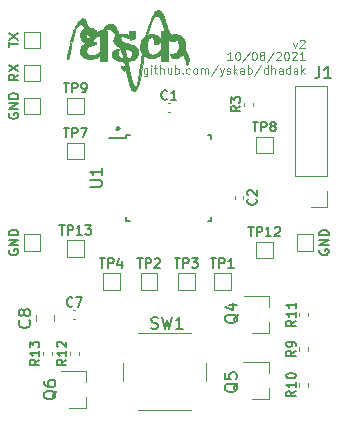
<source format=gto>
%TF.GenerationSoftware,KiCad,Pcbnew,5.1.10-88a1d61d58~88~ubuntu18.04.1*%
%TF.CreationDate,2021-08-09T12:07:12+05:30*%
%TF.ProjectId,dhadak,64686164-616b-42e6-9b69-6361645f7063,1*%
%TF.SameCoordinates,Original*%
%TF.FileFunction,Legend,Top*%
%TF.FilePolarity,Positive*%
%FSLAX46Y46*%
G04 Gerber Fmt 4.6, Leading zero omitted, Abs format (unit mm)*
G04 Created by KiCad (PCBNEW 5.1.10-88a1d61d58~88~ubuntu18.04.1) date 2021-08-09 12:07:12*
%MOMM*%
%LPD*%
G01*
G04 APERTURE LIST*
%ADD10C,0.130000*%
%ADD11C,0.110000*%
%ADD12C,0.400000*%
%ADD13C,0.120000*%
%ADD14C,0.010000*%
%ADD15C,0.150000*%
G04 APERTURE END LIST*
D10*
X143999000Y-113639523D02*
X143960904Y-113715714D01*
X143960904Y-113830000D01*
X143999000Y-113944285D01*
X144075190Y-114020476D01*
X144151380Y-114058571D01*
X144303761Y-114096666D01*
X144418047Y-114096666D01*
X144570428Y-114058571D01*
X144646619Y-114020476D01*
X144722809Y-113944285D01*
X144760904Y-113830000D01*
X144760904Y-113753809D01*
X144722809Y-113639523D01*
X144684714Y-113601428D01*
X144418047Y-113601428D01*
X144418047Y-113753809D01*
X144760904Y-113258571D02*
X143960904Y-113258571D01*
X144760904Y-112801428D01*
X143960904Y-112801428D01*
X144760904Y-112420476D02*
X143960904Y-112420476D01*
X143960904Y-112230000D01*
X143999000Y-112115714D01*
X144075190Y-112039523D01*
X144151380Y-112001428D01*
X144303761Y-111963333D01*
X144418047Y-111963333D01*
X144570428Y-112001428D01*
X144646619Y-112039523D01*
X144722809Y-112115714D01*
X144760904Y-112230000D01*
X144760904Y-112420476D01*
X117710000Y-113639523D02*
X117671904Y-113715714D01*
X117671904Y-113830000D01*
X117710000Y-113944285D01*
X117786190Y-114020476D01*
X117862380Y-114058571D01*
X118014761Y-114096666D01*
X118129047Y-114096666D01*
X118281428Y-114058571D01*
X118357619Y-114020476D01*
X118433809Y-113944285D01*
X118471904Y-113830000D01*
X118471904Y-113753809D01*
X118433809Y-113639523D01*
X118395714Y-113601428D01*
X118129047Y-113601428D01*
X118129047Y-113753809D01*
X118471904Y-113258571D02*
X117671904Y-113258571D01*
X118471904Y-112801428D01*
X117671904Y-112801428D01*
X118471904Y-112420476D02*
X117671904Y-112420476D01*
X117671904Y-112230000D01*
X117710000Y-112115714D01*
X117786190Y-112039523D01*
X117862380Y-112001428D01*
X118014761Y-111963333D01*
X118129047Y-111963333D01*
X118281428Y-112001428D01*
X118357619Y-112039523D01*
X118433809Y-112115714D01*
X118471904Y-112230000D01*
X118471904Y-112420476D01*
X117671904Y-96494523D02*
X117671904Y-96037380D01*
X118471904Y-96265952D02*
X117671904Y-96265952D01*
X117671904Y-95846904D02*
X118471904Y-95313571D01*
X117671904Y-95313571D02*
X118471904Y-95846904D01*
X118471904Y-98812333D02*
X118090952Y-99079000D01*
X118471904Y-99269476D02*
X117671904Y-99269476D01*
X117671904Y-98964714D01*
X117710000Y-98888523D01*
X117748095Y-98850428D01*
X117824285Y-98812333D01*
X117938571Y-98812333D01*
X118014761Y-98850428D01*
X118052857Y-98888523D01*
X118090952Y-98964714D01*
X118090952Y-99269476D01*
X117671904Y-98545666D02*
X118471904Y-98012333D01*
X117671904Y-98012333D02*
X118471904Y-98545666D01*
X117710000Y-102082523D02*
X117671904Y-102158714D01*
X117671904Y-102273000D01*
X117710000Y-102387285D01*
X117786190Y-102463476D01*
X117862380Y-102501571D01*
X118014761Y-102539666D01*
X118129047Y-102539666D01*
X118281428Y-102501571D01*
X118357619Y-102463476D01*
X118433809Y-102387285D01*
X118471904Y-102273000D01*
X118471904Y-102196809D01*
X118433809Y-102082523D01*
X118395714Y-102044428D01*
X118129047Y-102044428D01*
X118129047Y-102196809D01*
X118471904Y-101701571D02*
X117671904Y-101701571D01*
X118471904Y-101244428D01*
X117671904Y-101244428D01*
X118471904Y-100863476D02*
X117671904Y-100863476D01*
X117671904Y-100673000D01*
X117710000Y-100558714D01*
X117786190Y-100482523D01*
X117862380Y-100444428D01*
X118014761Y-100406333D01*
X118129047Y-100406333D01*
X118281428Y-100444428D01*
X118357619Y-100482523D01*
X118433809Y-100558714D01*
X118471904Y-100673000D01*
X118471904Y-100863476D01*
D11*
X129406666Y-98275000D02*
X129406666Y-98841666D01*
X129373333Y-98908333D01*
X129340000Y-98941666D01*
X129273333Y-98975000D01*
X129173333Y-98975000D01*
X129106666Y-98941666D01*
X129406666Y-98708333D02*
X129340000Y-98741666D01*
X129206666Y-98741666D01*
X129140000Y-98708333D01*
X129106666Y-98675000D01*
X129073333Y-98608333D01*
X129073333Y-98408333D01*
X129106666Y-98341666D01*
X129140000Y-98308333D01*
X129206666Y-98275000D01*
X129340000Y-98275000D01*
X129406666Y-98308333D01*
X129740000Y-98741666D02*
X129740000Y-98275000D01*
X129740000Y-98041666D02*
X129706666Y-98075000D01*
X129740000Y-98108333D01*
X129773333Y-98075000D01*
X129740000Y-98041666D01*
X129740000Y-98108333D01*
X129973333Y-98275000D02*
X130240000Y-98275000D01*
X130073333Y-98041666D02*
X130073333Y-98641666D01*
X130106666Y-98708333D01*
X130173333Y-98741666D01*
X130240000Y-98741666D01*
X130473333Y-98741666D02*
X130473333Y-98041666D01*
X130773333Y-98741666D02*
X130773333Y-98375000D01*
X130740000Y-98308333D01*
X130673333Y-98275000D01*
X130573333Y-98275000D01*
X130506666Y-98308333D01*
X130473333Y-98341666D01*
X131406666Y-98275000D02*
X131406666Y-98741666D01*
X131106666Y-98275000D02*
X131106666Y-98641666D01*
X131140000Y-98708333D01*
X131206666Y-98741666D01*
X131306666Y-98741666D01*
X131373333Y-98708333D01*
X131406666Y-98675000D01*
X131740000Y-98741666D02*
X131740000Y-98041666D01*
X131740000Y-98308333D02*
X131806666Y-98275000D01*
X131940000Y-98275000D01*
X132006666Y-98308333D01*
X132040000Y-98341666D01*
X132073333Y-98408333D01*
X132073333Y-98608333D01*
X132040000Y-98675000D01*
X132006666Y-98708333D01*
X131940000Y-98741666D01*
X131806666Y-98741666D01*
X131740000Y-98708333D01*
X132373333Y-98675000D02*
X132406666Y-98708333D01*
X132373333Y-98741666D01*
X132340000Y-98708333D01*
X132373333Y-98675000D01*
X132373333Y-98741666D01*
X133006666Y-98708333D02*
X132940000Y-98741666D01*
X132806666Y-98741666D01*
X132740000Y-98708333D01*
X132706666Y-98675000D01*
X132673333Y-98608333D01*
X132673333Y-98408333D01*
X132706666Y-98341666D01*
X132740000Y-98308333D01*
X132806666Y-98275000D01*
X132940000Y-98275000D01*
X133006666Y-98308333D01*
X133406666Y-98741666D02*
X133340000Y-98708333D01*
X133306666Y-98675000D01*
X133273333Y-98608333D01*
X133273333Y-98408333D01*
X133306666Y-98341666D01*
X133340000Y-98308333D01*
X133406666Y-98275000D01*
X133506666Y-98275000D01*
X133573333Y-98308333D01*
X133606666Y-98341666D01*
X133640000Y-98408333D01*
X133640000Y-98608333D01*
X133606666Y-98675000D01*
X133573333Y-98708333D01*
X133506666Y-98741666D01*
X133406666Y-98741666D01*
X133940000Y-98741666D02*
X133940000Y-98275000D01*
X133940000Y-98341666D02*
X133973333Y-98308333D01*
X134040000Y-98275000D01*
X134140000Y-98275000D01*
X134206666Y-98308333D01*
X134240000Y-98375000D01*
X134240000Y-98741666D01*
X134240000Y-98375000D02*
X134273333Y-98308333D01*
X134340000Y-98275000D01*
X134440000Y-98275000D01*
X134506666Y-98308333D01*
X134540000Y-98375000D01*
X134540000Y-98741666D01*
X135373333Y-98008333D02*
X134773333Y-98908333D01*
X135540000Y-98275000D02*
X135706666Y-98741666D01*
X135873333Y-98275000D02*
X135706666Y-98741666D01*
X135640000Y-98908333D01*
X135606666Y-98941666D01*
X135540000Y-98975000D01*
X136106666Y-98708333D02*
X136173333Y-98741666D01*
X136306666Y-98741666D01*
X136373333Y-98708333D01*
X136406666Y-98641666D01*
X136406666Y-98608333D01*
X136373333Y-98541666D01*
X136306666Y-98508333D01*
X136206666Y-98508333D01*
X136140000Y-98475000D01*
X136106666Y-98408333D01*
X136106666Y-98375000D01*
X136140000Y-98308333D01*
X136206666Y-98275000D01*
X136306666Y-98275000D01*
X136373333Y-98308333D01*
X136706666Y-98741666D02*
X136706666Y-98041666D01*
X136773333Y-98475000D02*
X136973333Y-98741666D01*
X136973333Y-98275000D02*
X136706666Y-98541666D01*
X137573333Y-98741666D02*
X137573333Y-98375000D01*
X137540000Y-98308333D01*
X137473333Y-98275000D01*
X137340000Y-98275000D01*
X137273333Y-98308333D01*
X137573333Y-98708333D02*
X137506666Y-98741666D01*
X137340000Y-98741666D01*
X137273333Y-98708333D01*
X137240000Y-98641666D01*
X137240000Y-98575000D01*
X137273333Y-98508333D01*
X137340000Y-98475000D01*
X137506666Y-98475000D01*
X137573333Y-98441666D01*
X137906666Y-98741666D02*
X137906666Y-98041666D01*
X137906666Y-98308333D02*
X137973333Y-98275000D01*
X138106666Y-98275000D01*
X138173333Y-98308333D01*
X138206666Y-98341666D01*
X138240000Y-98408333D01*
X138240000Y-98608333D01*
X138206666Y-98675000D01*
X138173333Y-98708333D01*
X138106666Y-98741666D01*
X137973333Y-98741666D01*
X137906666Y-98708333D01*
X139040000Y-98008333D02*
X138440000Y-98908333D01*
X139573333Y-98741666D02*
X139573333Y-98041666D01*
X139573333Y-98708333D02*
X139506666Y-98741666D01*
X139373333Y-98741666D01*
X139306666Y-98708333D01*
X139273333Y-98675000D01*
X139240000Y-98608333D01*
X139240000Y-98408333D01*
X139273333Y-98341666D01*
X139306666Y-98308333D01*
X139373333Y-98275000D01*
X139506666Y-98275000D01*
X139573333Y-98308333D01*
X139906666Y-98741666D02*
X139906666Y-98041666D01*
X140206666Y-98741666D02*
X140206666Y-98375000D01*
X140173333Y-98308333D01*
X140106666Y-98275000D01*
X140006666Y-98275000D01*
X139940000Y-98308333D01*
X139906666Y-98341666D01*
X140840000Y-98741666D02*
X140840000Y-98375000D01*
X140806666Y-98308333D01*
X140740000Y-98275000D01*
X140606666Y-98275000D01*
X140540000Y-98308333D01*
X140840000Y-98708333D02*
X140773333Y-98741666D01*
X140606666Y-98741666D01*
X140540000Y-98708333D01*
X140506666Y-98641666D01*
X140506666Y-98575000D01*
X140540000Y-98508333D01*
X140606666Y-98475000D01*
X140773333Y-98475000D01*
X140840000Y-98441666D01*
X141473333Y-98741666D02*
X141473333Y-98041666D01*
X141473333Y-98708333D02*
X141406666Y-98741666D01*
X141273333Y-98741666D01*
X141206666Y-98708333D01*
X141173333Y-98675000D01*
X141140000Y-98608333D01*
X141140000Y-98408333D01*
X141173333Y-98341666D01*
X141206666Y-98308333D01*
X141273333Y-98275000D01*
X141406666Y-98275000D01*
X141473333Y-98308333D01*
X142106666Y-98741666D02*
X142106666Y-98375000D01*
X142073333Y-98308333D01*
X142006666Y-98275000D01*
X141873333Y-98275000D01*
X141806666Y-98308333D01*
X142106666Y-98708333D02*
X142040000Y-98741666D01*
X141873333Y-98741666D01*
X141806666Y-98708333D01*
X141773333Y-98641666D01*
X141773333Y-98575000D01*
X141806666Y-98508333D01*
X141873333Y-98475000D01*
X142040000Y-98475000D01*
X142106666Y-98441666D01*
X142440000Y-98741666D02*
X142440000Y-98041666D01*
X142506666Y-98475000D02*
X142706666Y-98741666D01*
X142706666Y-98275000D02*
X142440000Y-98541666D01*
X141740000Y-96116000D02*
X141906666Y-96582666D01*
X142073333Y-96116000D01*
X142306666Y-95949333D02*
X142340000Y-95916000D01*
X142406666Y-95882666D01*
X142573333Y-95882666D01*
X142640000Y-95916000D01*
X142673333Y-95949333D01*
X142706666Y-96016000D01*
X142706666Y-96082666D01*
X142673333Y-96182666D01*
X142273333Y-96582666D01*
X142706666Y-96582666D01*
X136579333Y-97598666D02*
X136179333Y-97598666D01*
X136379333Y-97598666D02*
X136379333Y-96898666D01*
X136312666Y-96998666D01*
X136246000Y-97065333D01*
X136179333Y-97098666D01*
X137012666Y-96898666D02*
X137079333Y-96898666D01*
X137146000Y-96932000D01*
X137179333Y-96965333D01*
X137212666Y-97032000D01*
X137246000Y-97165333D01*
X137246000Y-97332000D01*
X137212666Y-97465333D01*
X137179333Y-97532000D01*
X137146000Y-97565333D01*
X137079333Y-97598666D01*
X137012666Y-97598666D01*
X136946000Y-97565333D01*
X136912666Y-97532000D01*
X136879333Y-97465333D01*
X136846000Y-97332000D01*
X136846000Y-97165333D01*
X136879333Y-97032000D01*
X136912666Y-96965333D01*
X136946000Y-96932000D01*
X137012666Y-96898666D01*
X138046000Y-96865333D02*
X137446000Y-97765333D01*
X138412666Y-96898666D02*
X138479333Y-96898666D01*
X138546000Y-96932000D01*
X138579333Y-96965333D01*
X138612666Y-97032000D01*
X138646000Y-97165333D01*
X138646000Y-97332000D01*
X138612666Y-97465333D01*
X138579333Y-97532000D01*
X138546000Y-97565333D01*
X138479333Y-97598666D01*
X138412666Y-97598666D01*
X138346000Y-97565333D01*
X138312666Y-97532000D01*
X138279333Y-97465333D01*
X138246000Y-97332000D01*
X138246000Y-97165333D01*
X138279333Y-97032000D01*
X138312666Y-96965333D01*
X138346000Y-96932000D01*
X138412666Y-96898666D01*
X139046000Y-97198666D02*
X138979333Y-97165333D01*
X138946000Y-97132000D01*
X138912666Y-97065333D01*
X138912666Y-97032000D01*
X138946000Y-96965333D01*
X138979333Y-96932000D01*
X139046000Y-96898666D01*
X139179333Y-96898666D01*
X139246000Y-96932000D01*
X139279333Y-96965333D01*
X139312666Y-97032000D01*
X139312666Y-97065333D01*
X139279333Y-97132000D01*
X139246000Y-97165333D01*
X139179333Y-97198666D01*
X139046000Y-97198666D01*
X138979333Y-97232000D01*
X138946000Y-97265333D01*
X138912666Y-97332000D01*
X138912666Y-97465333D01*
X138946000Y-97532000D01*
X138979333Y-97565333D01*
X139046000Y-97598666D01*
X139179333Y-97598666D01*
X139246000Y-97565333D01*
X139279333Y-97532000D01*
X139312666Y-97465333D01*
X139312666Y-97332000D01*
X139279333Y-97265333D01*
X139246000Y-97232000D01*
X139179333Y-97198666D01*
X140112666Y-96865333D02*
X139512666Y-97765333D01*
X140312666Y-96965333D02*
X140346000Y-96932000D01*
X140412666Y-96898666D01*
X140579333Y-96898666D01*
X140646000Y-96932000D01*
X140679333Y-96965333D01*
X140712666Y-97032000D01*
X140712666Y-97098666D01*
X140679333Y-97198666D01*
X140279333Y-97598666D01*
X140712666Y-97598666D01*
X141146000Y-96898666D02*
X141212666Y-96898666D01*
X141279333Y-96932000D01*
X141312666Y-96965333D01*
X141346000Y-97032000D01*
X141379333Y-97165333D01*
X141379333Y-97332000D01*
X141346000Y-97465333D01*
X141312666Y-97532000D01*
X141279333Y-97565333D01*
X141212666Y-97598666D01*
X141146000Y-97598666D01*
X141079333Y-97565333D01*
X141046000Y-97532000D01*
X141012666Y-97465333D01*
X140979333Y-97332000D01*
X140979333Y-97165333D01*
X141012666Y-97032000D01*
X141046000Y-96965333D01*
X141079333Y-96932000D01*
X141146000Y-96898666D01*
X141646000Y-96965333D02*
X141679333Y-96932000D01*
X141746000Y-96898666D01*
X141912666Y-96898666D01*
X141979333Y-96932000D01*
X142012666Y-96965333D01*
X142046000Y-97032000D01*
X142046000Y-97098666D01*
X142012666Y-97198666D01*
X141612666Y-97598666D01*
X142046000Y-97598666D01*
X142712666Y-97598666D02*
X142312666Y-97598666D01*
X142512666Y-97598666D02*
X142512666Y-96898666D01*
X142446000Y-96998666D01*
X142379333Y-97065333D01*
X142312666Y-97098666D01*
D12*
X126925605Y-103378000D02*
G75*
G03*
X126925605Y-103378000I-52605J0D01*
G01*
D13*
%TO.C,C8*%
X121461200Y-119717452D02*
X121461200Y-119194948D01*
X119991200Y-119717452D02*
X119991200Y-119194948D01*
%TO.C,TP14*%
X142048000Y-112330000D02*
X143448000Y-112330000D01*
X142048000Y-113730000D02*
X142048000Y-112330000D01*
X143448000Y-113730000D02*
X142048000Y-113730000D01*
X143448000Y-112330000D02*
X143448000Y-113730000D01*
D14*
%TO.C,G\u002A\u002A\u002A*%
G36*
X130353450Y-93375818D02*
G01*
X130395489Y-93393653D01*
X130396773Y-93394240D01*
X130463243Y-93429971D01*
X130519537Y-93473532D01*
X130570909Y-93530158D01*
X130622611Y-93605085D01*
X130644371Y-93641031D01*
X130711370Y-93761051D01*
X130765887Y-93874085D01*
X130812423Y-93990570D01*
X130855475Y-94120942D01*
X130865089Y-94153077D01*
X130888832Y-94231227D01*
X130917880Y-94322921D01*
X130950782Y-94423930D01*
X130986086Y-94530022D01*
X131022344Y-94636966D01*
X131058104Y-94740531D01*
X131091916Y-94836485D01*
X131122328Y-94920599D01*
X131147892Y-94988640D01*
X131167156Y-95036377D01*
X131170478Y-95043896D01*
X131191461Y-95086568D01*
X131221563Y-95143207D01*
X131257315Y-95207759D01*
X131295249Y-95274172D01*
X131331896Y-95336391D01*
X131363787Y-95388364D01*
X131387455Y-95424037D01*
X131391161Y-95429028D01*
X131403601Y-95442618D01*
X131418395Y-95447675D01*
X131443190Y-95444489D01*
X131485631Y-95433350D01*
X131487966Y-95432698D01*
X131608441Y-95407975D01*
X131733504Y-95400828D01*
X131867698Y-95411416D01*
X132015563Y-95439898D01*
X132066852Y-95452908D01*
X132115623Y-95466496D01*
X132152379Y-95479551D01*
X132183576Y-95496076D01*
X132215675Y-95520075D01*
X132255133Y-95555550D01*
X132297141Y-95595658D01*
X132348829Y-95647680D01*
X132398354Y-95701501D01*
X132439432Y-95750076D01*
X132462105Y-95780599D01*
X132527531Y-95902216D01*
X132574571Y-96040863D01*
X132602662Y-96193641D01*
X132611244Y-96357651D01*
X132602631Y-96505095D01*
X132595537Y-96574189D01*
X132591936Y-96623848D01*
X132592159Y-96661189D01*
X132596539Y-96693326D01*
X132605409Y-96727374D01*
X132614355Y-96755804D01*
X132659694Y-96874734D01*
X132711150Y-96969209D01*
X132729058Y-96994579D01*
X132743742Y-97021465D01*
X132763675Y-97068295D01*
X132786633Y-97129342D01*
X132810394Y-97198878D01*
X132819857Y-97228526D01*
X132843668Y-97303937D01*
X132867291Y-97377315D01*
X132888414Y-97441572D01*
X132904725Y-97489620D01*
X132908533Y-97500367D01*
X132923369Y-97550380D01*
X132929266Y-97590455D01*
X132927714Y-97606563D01*
X132918807Y-97628230D01*
X132900355Y-97668774D01*
X132874724Y-97723132D01*
X132844282Y-97786244D01*
X132830864Y-97813671D01*
X132742963Y-97992582D01*
X132717851Y-97921370D01*
X132704456Y-97881913D01*
X132685478Y-97824068D01*
X132663237Y-97754990D01*
X132640052Y-97681834D01*
X132635173Y-97666281D01*
X132605191Y-97577500D01*
X132573265Y-97495035D01*
X132542404Y-97426311D01*
X132524164Y-97392229D01*
X132492406Y-97332679D01*
X132460053Y-97262438D01*
X132433993Y-97196482D01*
X132433512Y-97195105D01*
X132416443Y-97146253D01*
X132403080Y-97108401D01*
X132395552Y-97087564D01*
X132394671Y-97085370D01*
X132385034Y-97092831D01*
X132360266Y-97115183D01*
X132324425Y-97148702D01*
X132292698Y-97178949D01*
X132186901Y-97267887D01*
X132077999Y-97332792D01*
X131961693Y-97375262D01*
X131833687Y-97396900D01*
X131700016Y-97399717D01*
X131630525Y-97396417D01*
X131580369Y-97391468D01*
X131542148Y-97383476D01*
X131508460Y-97371046D01*
X131483505Y-97358900D01*
X131409972Y-97309729D01*
X131360045Y-97251351D01*
X131334642Y-97185229D01*
X131333552Y-97119988D01*
X131337538Y-97104399D01*
X131347784Y-97094319D01*
X131369768Y-97087888D01*
X131408968Y-97083250D01*
X131451685Y-97079922D01*
X131586324Y-97058538D01*
X131706277Y-97015304D01*
X131810677Y-96950791D01*
X131898660Y-96865569D01*
X131969357Y-96760210D01*
X131985487Y-96728136D01*
X132017823Y-96648624D01*
X132038779Y-96568156D01*
X132049971Y-96478297D01*
X132053031Y-96375631D01*
X132044596Y-96231270D01*
X132020228Y-96102939D01*
X131980521Y-95993661D01*
X131976415Y-95985263D01*
X131954977Y-95944678D01*
X131938234Y-95922927D01*
X131919760Y-95914532D01*
X131893125Y-95914015D01*
X131892843Y-95914029D01*
X131859440Y-95918659D01*
X131808900Y-95929160D01*
X131749685Y-95943684D01*
X131719053Y-95951993D01*
X131592268Y-95980289D01*
X131480655Y-95989967D01*
X131385323Y-95981124D01*
X131307379Y-95953858D01*
X131250093Y-95910603D01*
X131219046Y-95877555D01*
X131174944Y-95947500D01*
X131130843Y-96017445D01*
X131130843Y-97669684D01*
X130582737Y-97669684D01*
X130581841Y-96954474D01*
X130539558Y-97007947D01*
X130437820Y-97119398D01*
X130321228Y-97217296D01*
X130195671Y-97297321D01*
X130067041Y-97355156D01*
X130064990Y-97355877D01*
X130011911Y-97372764D01*
X129961136Y-97384373D01*
X129904314Y-97392017D01*
X129833094Y-97397008D01*
X129791673Y-97398833D01*
X129632174Y-97397535D01*
X129490370Y-97379770D01*
X129362123Y-97344506D01*
X129243298Y-97290712D01*
X129165291Y-97242697D01*
X129125416Y-97216284D01*
X129095208Y-97197792D01*
X129080298Y-97190636D01*
X129079687Y-97190798D01*
X129077148Y-97204793D01*
X129072051Y-97241129D01*
X129064944Y-97295590D01*
X129056378Y-97363961D01*
X129046902Y-97442027D01*
X129046855Y-97442421D01*
X129021209Y-97647780D01*
X128992861Y-97858319D01*
X128962320Y-98071092D01*
X128930092Y-98283153D01*
X128896686Y-98491558D01*
X128862610Y-98693360D01*
X128828370Y-98885614D01*
X128794476Y-99065375D01*
X128761434Y-99229697D01*
X128729752Y-99375635D01*
X128699939Y-99500244D01*
X128678127Y-99581368D01*
X128645214Y-99683282D01*
X128605534Y-99785628D01*
X128561365Y-99883966D01*
X128514984Y-99973861D01*
X128468669Y-100050875D01*
X128424697Y-100110571D01*
X128387969Y-100146609D01*
X128343100Y-100167140D01*
X128282745Y-100177113D01*
X128216572Y-100175038D01*
X128209843Y-100174085D01*
X128147660Y-100163119D01*
X128104815Y-100149803D01*
X128074012Y-100129468D01*
X128047951Y-100097443D01*
X128022039Y-100053905D01*
X127989298Y-99988137D01*
X127952882Y-99902915D01*
X127915168Y-99804827D01*
X127878533Y-99700462D01*
X127845355Y-99596409D01*
X127818010Y-99499255D01*
X127809414Y-99464549D01*
X127790120Y-99380819D01*
X127765932Y-99272416D01*
X127737185Y-99140887D01*
X127704215Y-98987780D01*
X127667355Y-98814642D01*
X127626942Y-98623020D01*
X127615346Y-98567752D01*
X127598869Y-98490369D01*
X127583892Y-98422346D01*
X127571379Y-98367881D01*
X127562296Y-98331171D01*
X127557606Y-98316414D01*
X127557585Y-98316391D01*
X127547596Y-98322689D01*
X127529753Y-98346034D01*
X127520338Y-98360797D01*
X127477658Y-98426988D01*
X127444152Y-98469333D01*
X127418981Y-98488777D01*
X127406278Y-98489432D01*
X127390223Y-98476858D01*
X127361014Y-98448192D01*
X127322819Y-98407710D01*
X127280306Y-98360255D01*
X127224467Y-98293076D01*
X127187206Y-98239334D01*
X127166670Y-98195222D01*
X127161006Y-98156931D01*
X127166475Y-98126199D01*
X127188404Y-98098397D01*
X127229412Y-98081875D01*
X127283697Y-98078119D01*
X127329092Y-98084456D01*
X127374475Y-98089850D01*
X127422408Y-98088198D01*
X127465539Y-98080753D01*
X127496518Y-98068769D01*
X127508000Y-98053949D01*
X127505084Y-98036338D01*
X127497152Y-97998398D01*
X127485434Y-97945797D01*
X127471869Y-97887220D01*
X127454439Y-97816206D01*
X127438808Y-97767221D01*
X127421050Y-97736176D01*
X127397237Y-97718986D01*
X127363442Y-97711562D01*
X127315739Y-97709817D01*
X127301396Y-97709789D01*
X127253074Y-97707207D01*
X127190926Y-97700388D01*
X127127266Y-97690722D01*
X127118451Y-97689131D01*
X126955479Y-97650467D01*
X126809907Y-97598477D01*
X126682956Y-97534195D01*
X126575848Y-97458658D01*
X126489803Y-97372903D01*
X126426042Y-97277964D01*
X126385786Y-97174878D01*
X126370257Y-97064680D01*
X126370113Y-97054189D01*
X126380699Y-96961098D01*
X126413657Y-96880922D01*
X126469840Y-96812426D01*
X126550101Y-96754369D01*
X126591395Y-96732705D01*
X126683324Y-96696007D01*
X126776378Y-96675419D01*
X126880340Y-96669070D01*
X126919978Y-96669825D01*
X127030753Y-96673737D01*
X126997310Y-96713842D01*
X126963032Y-96759528D01*
X126941919Y-96802425D01*
X126929702Y-96853414D01*
X126924093Y-96900406D01*
X126924679Y-97009462D01*
X126945078Y-97117489D01*
X126983131Y-97218318D01*
X127036680Y-97305781D01*
X127083942Y-97357307D01*
X127149369Y-97404973D01*
X127227899Y-97445134D01*
X127306666Y-97471484D01*
X127324185Y-97475055D01*
X127357157Y-97478902D01*
X127371475Y-97473453D01*
X127374316Y-97459133D01*
X127369722Y-97423617D01*
X127356448Y-97365680D01*
X127335259Y-97287916D01*
X127306919Y-97192918D01*
X127272192Y-97083279D01*
X127231844Y-96961593D01*
X127201924Y-96874263D01*
X127163995Y-96764506D01*
X127133656Y-96677039D01*
X127109298Y-96609044D01*
X127098495Y-96581295D01*
X127442592Y-96581295D01*
X127444001Y-96595391D01*
X127452925Y-96627158D01*
X127465202Y-96663390D01*
X127487657Y-96732273D01*
X127513187Y-96821886D01*
X127540366Y-96926607D01*
X127567769Y-97040809D01*
X127593970Y-97158870D01*
X127608250Y-97227869D01*
X127622451Y-97296558D01*
X127635882Y-97357991D01*
X127647202Y-97406266D01*
X127655069Y-97435478D01*
X127656191Y-97438730D01*
X127664812Y-97455107D01*
X127678512Y-97462891D01*
X127702642Y-97462109D01*
X127742550Y-97452789D01*
X127788737Y-97439411D01*
X127886305Y-97399192D01*
X127971390Y-97342160D01*
X128039164Y-97272170D01*
X128078126Y-97208474D01*
X128102366Y-97131900D01*
X128110603Y-97046966D01*
X128102735Y-96963804D01*
X128081293Y-96897800D01*
X128044749Y-96845028D01*
X127988144Y-96791293D01*
X127917487Y-96741567D01*
X127848286Y-96704996D01*
X127813990Y-96691320D01*
X127764739Y-96673924D01*
X127705792Y-96654413D01*
X127642410Y-96634390D01*
X127579855Y-96615460D01*
X127523386Y-96599227D01*
X127478265Y-96587294D01*
X127449751Y-96581266D01*
X127442592Y-96581295D01*
X127098495Y-96581295D01*
X127089312Y-96557708D01*
X127072088Y-96520214D01*
X127056019Y-96493747D01*
X127039493Y-96475491D01*
X127020903Y-96462631D01*
X126998638Y-96452352D01*
X126971091Y-96441837D01*
X126950162Y-96433771D01*
X126828400Y-96375404D01*
X126724206Y-96304831D01*
X126639980Y-96224224D01*
X126578123Y-96135749D01*
X126550048Y-96072158D01*
X126529049Y-95975478D01*
X126527454Y-95872297D01*
X126544051Y-95769675D01*
X126577630Y-95674674D01*
X126626982Y-95594356D01*
X126633214Y-95586846D01*
X126680636Y-95531445D01*
X126620857Y-95407433D01*
X126557917Y-95286474D01*
X126493066Y-95179767D01*
X126429563Y-95092553D01*
X126412824Y-95072747D01*
X126382264Y-95043396D01*
X126345006Y-95020453D01*
X126293019Y-94999462D01*
X126262837Y-94989515D01*
X126153474Y-94962334D01*
X126060794Y-94955341D01*
X125983939Y-94968546D01*
X125934745Y-94992658D01*
X125855441Y-95046549D01*
X125797046Y-95087494D01*
X125757835Y-95116776D01*
X125736081Y-95135680D01*
X125730000Y-95144945D01*
X125742372Y-95149999D01*
X125775510Y-95153917D01*
X125823452Y-95156131D01*
X125850316Y-95156421D01*
X125970632Y-95156421D01*
X125970632Y-97669684D01*
X125409158Y-97669684D01*
X125409158Y-97160941D01*
X125320507Y-97228889D01*
X125198166Y-97310065D01*
X125059025Y-97380556D01*
X124912329Y-97435710D01*
X124904926Y-97437992D01*
X124859420Y-97451236D01*
X124819237Y-97460796D01*
X124778466Y-97467293D01*
X124731195Y-97471346D01*
X124671512Y-97473575D01*
X124593506Y-97474599D01*
X124553579Y-97474820D01*
X124464571Y-97474822D01*
X124396486Y-97473602D01*
X124343521Y-97470656D01*
X124299870Y-97465475D01*
X124259731Y-97457554D01*
X124217298Y-97446386D01*
X124212685Y-97445065D01*
X124079778Y-97397922D01*
X123960666Y-97337818D01*
X123858331Y-97266902D01*
X123775756Y-97187325D01*
X123715923Y-97101234D01*
X123705017Y-97079272D01*
X123672703Y-96983829D01*
X123655534Y-96877325D01*
X123655247Y-96787567D01*
X124206000Y-96787567D01*
X124217780Y-96888159D01*
X124251758Y-96976269D01*
X124305891Y-97050698D01*
X124378139Y-97110246D01*
X124466460Y-97153715D01*
X124568812Y-97179905D01*
X124683152Y-97187617D01*
X124807440Y-97175651D01*
X124851730Y-97166858D01*
X124981601Y-97126552D01*
X125108660Y-97066165D01*
X125225970Y-96989785D01*
X125326594Y-96901503D01*
X125355398Y-96869938D01*
X125408986Y-96807421D01*
X125409072Y-96135350D01*
X125409158Y-95463278D01*
X125379079Y-95482714D01*
X125351163Y-95497378D01*
X125307790Y-95516590D01*
X125262106Y-95534746D01*
X125200227Y-95560585D01*
X125138907Y-95590697D01*
X125084060Y-95621709D01*
X125041599Y-95650247D01*
X125017436Y-95672936D01*
X125016016Y-95675159D01*
X124964654Y-95741893D01*
X124892328Y-95803612D01*
X124804781Y-95856564D01*
X124707758Y-95897001D01*
X124652526Y-95912526D01*
X124606446Y-95923682D01*
X124571919Y-95932922D01*
X124555971Y-95938359D01*
X124555731Y-95938550D01*
X124565369Y-95944368D01*
X124595086Y-95955993D01*
X124639414Y-95971358D01*
X124662618Y-95978925D01*
X124750624Y-96002275D01*
X124843984Y-96016424D01*
X124917869Y-96021901D01*
X125061579Y-96029155D01*
X125061579Y-96262072D01*
X124937922Y-96269771D01*
X124815689Y-96285685D01*
X124696923Y-96316744D01*
X124584520Y-96360897D01*
X124481377Y-96416094D01*
X124390394Y-96480286D01*
X124314467Y-96551421D01*
X124256495Y-96627451D01*
X124219375Y-96706326D01*
X124206006Y-96785994D01*
X124206000Y-96787567D01*
X123655247Y-96787567D01*
X123655196Y-96771801D01*
X123658222Y-96744952D01*
X123686811Y-96635568D01*
X123739821Y-96530099D01*
X123814972Y-96431088D01*
X123909983Y-96341075D01*
X124022573Y-96262602D01*
X124147781Y-96199340D01*
X124229930Y-96164632D01*
X124134413Y-96115273D01*
X124001748Y-96034880D01*
X123893046Y-95942973D01*
X123807884Y-95838993D01*
X123745834Y-95722382D01*
X123706473Y-95592582D01*
X123697697Y-95541966D01*
X123693440Y-95437158D01*
X124201347Y-95437158D01*
X124201701Y-95501032D01*
X124205246Y-95547402D01*
X124213574Y-95585452D01*
X124228279Y-95624368D01*
X124237271Y-95644329D01*
X124261430Y-95691626D01*
X124286535Y-95733164D01*
X124303694Y-95755876D01*
X124333000Y-95787251D01*
X124336939Y-95755595D01*
X124344213Y-95735061D01*
X124364197Y-95721044D01*
X124403567Y-95709058D01*
X124407663Y-95708074D01*
X124455859Y-95692840D01*
X124499789Y-95672850D01*
X124513745Y-95664228D01*
X124553042Y-95636246D01*
X124478231Y-95546728D01*
X124406214Y-95460678D01*
X124349359Y-95393258D01*
X124305745Y-95342527D01*
X124273453Y-95306547D01*
X124250563Y-95283378D01*
X124235154Y-95271080D01*
X124225308Y-95267714D01*
X124219104Y-95271340D01*
X124214623Y-95280018D01*
X124214508Y-95280304D01*
X124209115Y-95306504D01*
X124204701Y-95351668D01*
X124201916Y-95408022D01*
X124201347Y-95437158D01*
X123693440Y-95437158D01*
X123692637Y-95417416D01*
X123713170Y-95298480D01*
X123746874Y-95210720D01*
X123782274Y-95153074D01*
X123832599Y-95090285D01*
X123890918Y-95029586D01*
X123950300Y-94978207D01*
X124002447Y-94944071D01*
X124059056Y-94915191D01*
X124038090Y-94865358D01*
X124022381Y-94827932D01*
X124000871Y-94776574D01*
X123978060Y-94722028D01*
X123976773Y-94718948D01*
X123942505Y-94650160D01*
X123901445Y-94588297D01*
X123857488Y-94537754D01*
X123814529Y-94502926D01*
X123776463Y-94488207D01*
X123772107Y-94488000D01*
X123738595Y-94497545D01*
X123692071Y-94523722D01*
X123636900Y-94562844D01*
X123577449Y-94611223D01*
X123518083Y-94665172D01*
X123463167Y-94721004D01*
X123417068Y-94775031D01*
X123393888Y-94807451D01*
X123352919Y-94877120D01*
X123312907Y-94958481D01*
X123273404Y-95053084D01*
X123233962Y-95162478D01*
X123194131Y-95288214D01*
X123153462Y-95431842D01*
X123111507Y-95594911D01*
X123067817Y-95778972D01*
X123021942Y-95985574D01*
X122973434Y-96216268D01*
X122944345Y-96359579D01*
X122920092Y-96482645D01*
X122894969Y-96614077D01*
X122870208Y-96747163D01*
X122847036Y-96875189D01*
X122826685Y-96991445D01*
X122810383Y-97089218D01*
X122808418Y-97101526D01*
X122794112Y-97189937D01*
X122780579Y-97270145D01*
X122768537Y-97338156D01*
X122758705Y-97389977D01*
X122751802Y-97421615D01*
X122749471Y-97429053D01*
X122730964Y-97442871D01*
X122696059Y-97454518D01*
X122677882Y-97457927D01*
X122637614Y-97465217D01*
X122607797Y-97473290D01*
X122601033Y-97476310D01*
X122591295Y-97475433D01*
X122592468Y-97452335D01*
X122593423Y-97447435D01*
X122598308Y-97421118D01*
X122606566Y-97374044D01*
X122617226Y-97311842D01*
X122629321Y-97240138D01*
X122635718Y-97201789D01*
X122665668Y-97027589D01*
X122698910Y-96844900D01*
X122734545Y-96658066D01*
X122771671Y-96471431D01*
X122809388Y-96289340D01*
X122846796Y-96116137D01*
X122882993Y-95956165D01*
X122917080Y-95813769D01*
X122948156Y-95693293D01*
X122949362Y-95688853D01*
X122992374Y-95537878D01*
X123036066Y-95400572D01*
X123083382Y-95269038D01*
X123137266Y-95135382D01*
X123200663Y-94991705D01*
X123244384Y-94897633D01*
X123311949Y-94756042D01*
X123371203Y-94636157D01*
X123424147Y-94535018D01*
X123472783Y-94449661D01*
X123519112Y-94377125D01*
X123565137Y-94314450D01*
X123612858Y-94258673D01*
X123664278Y-94206833D01*
X123721397Y-94155968D01*
X123775745Y-94111432D01*
X123837569Y-94065251D01*
X123886410Y-94038518D01*
X123927667Y-94031267D01*
X123966743Y-94043532D01*
X124009036Y-94075346D01*
X124047153Y-94113144D01*
X124082773Y-94152972D01*
X124111488Y-94192101D01*
X124137447Y-94237541D01*
X124164796Y-94296304D01*
X124187527Y-94350434D01*
X124220983Y-94428927D01*
X124261300Y-94518739D01*
X124302852Y-94607543D01*
X124332650Y-94668474D01*
X124413211Y-94828895D01*
X124503474Y-94837819D01*
X124563550Y-94845041D01*
X124625010Y-94854433D01*
X124662615Y-94861515D01*
X124762460Y-94892941D01*
X124858504Y-94941670D01*
X124945169Y-95003642D01*
X125016882Y-95074798D01*
X125068064Y-95151078D01*
X125072274Y-95159763D01*
X125091494Y-95195572D01*
X125108765Y-95218600D01*
X125116406Y-95223263D01*
X125133975Y-95217269D01*
X125168852Y-95201209D01*
X125214950Y-95177965D01*
X125239995Y-95164717D01*
X125297987Y-95134909D01*
X125356283Y-95107160D01*
X125404649Y-95086284D01*
X125415843Y-95082026D01*
X125531334Y-95026313D01*
X125633750Y-94948203D01*
X125684299Y-94895266D01*
X125757446Y-94811136D01*
X125819640Y-94744082D01*
X125875637Y-94689542D01*
X125930192Y-94642956D01*
X125988062Y-94599762D01*
X126003997Y-94588690D01*
X126073252Y-94544531D01*
X126133234Y-94516023D01*
X126190650Y-94502391D01*
X126252205Y-94502862D01*
X126324604Y-94516660D01*
X126410551Y-94541731D01*
X126472560Y-94562179D01*
X126515650Y-94579092D01*
X126546582Y-94596377D01*
X126572115Y-94617944D01*
X126599012Y-94647700D01*
X126603914Y-94653505D01*
X126659197Y-94727504D01*
X126718589Y-94821373D01*
X126779007Y-94929231D01*
X126837369Y-95045196D01*
X126890591Y-95163388D01*
X126935592Y-95277924D01*
X126944572Y-95303474D01*
X126961659Y-95346928D01*
X126976940Y-95368892D01*
X126993796Y-95374108D01*
X126994913Y-95373994D01*
X127087438Y-95363135D01*
X127158856Y-95355486D01*
X127214575Y-95350811D01*
X127260002Y-95348872D01*
X127300544Y-95349435D01*
X127341610Y-95352263D01*
X127386599Y-95356896D01*
X127546806Y-95380656D01*
X127684034Y-95413536D01*
X127733602Y-95429691D01*
X127770971Y-95442167D01*
X127797785Y-95449608D01*
X127803786Y-95450526D01*
X127808483Y-95438059D01*
X127812278Y-95404254D01*
X127814744Y-95354507D01*
X127815474Y-95303474D01*
X127815474Y-95156421D01*
X128376948Y-95156421D01*
X128376948Y-95742151D01*
X128226553Y-95789078D01*
X128160832Y-95809488D01*
X128098719Y-95828605D01*
X128047975Y-95844051D01*
X128020262Y-95852317D01*
X127964365Y-95868629D01*
X127893262Y-95806401D01*
X127802276Y-95738376D01*
X127699322Y-95681086D01*
X127589347Y-95635871D01*
X127477301Y-95604073D01*
X127368132Y-95587030D01*
X127266788Y-95586083D01*
X127178219Y-95602572D01*
X127161817Y-95608332D01*
X127128920Y-95621465D01*
X127105276Y-95634238D01*
X127091122Y-95650045D01*
X127086696Y-95672281D01*
X127092233Y-95704339D01*
X127107970Y-95749615D01*
X127134144Y-95811503D01*
X127170992Y-95893396D01*
X127183629Y-95921199D01*
X127230469Y-96024240D01*
X127332471Y-96057476D01*
X127380631Y-96072427D01*
X127447638Y-96092212D01*
X127526496Y-96114816D01*
X127610206Y-96138224D01*
X127661737Y-96152327D01*
X127814824Y-96195027D01*
X127944656Y-96234056D01*
X128054267Y-96270602D01*
X128146695Y-96305855D01*
X128224974Y-96341003D01*
X128292142Y-96377234D01*
X128351233Y-96415737D01*
X128370264Y-96429738D01*
X128464697Y-96512436D01*
X128534448Y-96600163D01*
X128581534Y-96696590D01*
X128607976Y-96805386D01*
X128614553Y-96873764D01*
X128612760Y-97003683D01*
X128591770Y-97118066D01*
X128550016Y-97221479D01*
X128485931Y-97318489D01*
X128445884Y-97365091D01*
X128333884Y-97466772D01*
X128201254Y-97551578D01*
X128048181Y-97619412D01*
X127874852Y-97670178D01*
X127841589Y-97677480D01*
X127790211Y-97688456D01*
X127749982Y-97697483D01*
X127727172Y-97703135D01*
X127724333Y-97704130D01*
X127725177Y-97717861D01*
X127730815Y-97753997D01*
X127740507Y-97808788D01*
X127753512Y-97878480D01*
X127769087Y-97959324D01*
X127786493Y-98047567D01*
X127804987Y-98139457D01*
X127823828Y-98231243D01*
X127842275Y-98319173D01*
X127859586Y-98399496D01*
X127875021Y-98468459D01*
X127877333Y-98478474D01*
X127897225Y-98566056D01*
X127919888Y-98668854D01*
X127942931Y-98775851D01*
X127963964Y-98876030D01*
X127970168Y-98906263D01*
X128001769Y-99045037D01*
X128039887Y-99185514D01*
X128082564Y-99321772D01*
X128127847Y-99447891D01*
X128173780Y-99557949D01*
X128208695Y-99628641D01*
X128240799Y-99684646D01*
X128269116Y-99721754D01*
X128301024Y-99745364D01*
X128343898Y-99760874D01*
X128405117Y-99773683D01*
X128407473Y-99774111D01*
X128438392Y-99778326D01*
X128456860Y-99772865D01*
X128471260Y-99752279D01*
X128484160Y-99724252D01*
X128504484Y-99668514D01*
X128527394Y-99588101D01*
X128552550Y-99484916D01*
X128579609Y-99360860D01*
X128608231Y-99217834D01*
X128638076Y-99057741D01*
X128668802Y-98882481D01*
X128700069Y-98693958D01*
X128731535Y-98494072D01*
X128762860Y-98284726D01*
X128793703Y-98067820D01*
X128823723Y-97845257D01*
X128831062Y-97788938D01*
X128846696Y-97668572D01*
X128862018Y-97551490D01*
X128876516Y-97441534D01*
X128889680Y-97342545D01*
X128900999Y-97258364D01*
X128909962Y-97192834D01*
X128916058Y-97149794D01*
X128916273Y-97148339D01*
X128934756Y-97023484D01*
X128884841Y-96925883D01*
X128828488Y-96787441D01*
X128793386Y-96636410D01*
X128779706Y-96476640D01*
X128785218Y-96361857D01*
X129339474Y-96361857D01*
X129347773Y-96521696D01*
X129372187Y-96665479D01*
X129411995Y-96791994D01*
X129466472Y-96900028D01*
X129534897Y-96988368D01*
X129616546Y-97055801D01*
X129710698Y-97101114D01*
X129791328Y-97120177D01*
X129838180Y-97125540D01*
X129877507Y-97127784D01*
X129894264Y-97127139D01*
X129924050Y-97122934D01*
X129966091Y-97117123D01*
X129980341Y-97115175D01*
X130046169Y-97097352D01*
X130121153Y-97062605D01*
X130197869Y-97014983D01*
X130268891Y-96958538D01*
X130270996Y-96956623D01*
X130333223Y-96890549D01*
X130397370Y-96806314D01*
X130458352Y-96711563D01*
X130511085Y-96613940D01*
X130536626Y-96557230D01*
X130582248Y-96446474D01*
X130582493Y-95801447D01*
X130582737Y-95156421D01*
X130723106Y-95156421D01*
X130780728Y-95155662D01*
X130826888Y-95153610D01*
X130856061Y-95150602D01*
X130863474Y-95147864D01*
X130859307Y-95132765D01*
X130847880Y-95097308D01*
X130830806Y-95046356D01*
X130809697Y-94984774D01*
X130803289Y-94966308D01*
X130774773Y-94881563D01*
X130743979Y-94785531D01*
X130714982Y-94691135D01*
X130695475Y-94624273D01*
X130656311Y-94494319D01*
X130615654Y-94380204D01*
X130569179Y-94271181D01*
X130512562Y-94156503D01*
X130490415Y-94114653D01*
X130429133Y-94010804D01*
X130369041Y-93931535D01*
X130307823Y-93874922D01*
X130243163Y-93839038D01*
X130172743Y-93821959D01*
X130135774Y-93819872D01*
X130075242Y-93824650D01*
X130021203Y-93840864D01*
X129972192Y-93870477D01*
X129926748Y-93915453D01*
X129883409Y-93977753D01*
X129840711Y-94059342D01*
X129797193Y-94162183D01*
X129751392Y-94288237D01*
X129722682Y-94374368D01*
X129688939Y-94477368D01*
X129649873Y-94595279D01*
X129608940Y-94717757D01*
X129569593Y-94834459D01*
X129541895Y-94915789D01*
X129511818Y-95005088D01*
X129482864Y-95093809D01*
X129456898Y-95176032D01*
X129435783Y-95245835D01*
X129421385Y-95297295D01*
X129419819Y-95303474D01*
X129406230Y-95357769D01*
X129394445Y-95403971D01*
X129386405Y-95434504D01*
X129384804Y-95440190D01*
X129382794Y-95453886D01*
X129392181Y-95456562D01*
X129418872Y-95448797D01*
X129430651Y-95444689D01*
X129540539Y-95416712D01*
X129665530Y-95402970D01*
X129798411Y-95402973D01*
X129931969Y-95416231D01*
X130058991Y-95442253D01*
X130172263Y-95480550D01*
X130208915Y-95497566D01*
X130299672Y-95555480D01*
X130372668Y-95626369D01*
X130426708Y-95706818D01*
X130460597Y-95793415D01*
X130473142Y-95882744D01*
X130463148Y-95971392D01*
X130429422Y-96055945D01*
X130413287Y-96081775D01*
X130358722Y-96140143D01*
X130284506Y-96189156D01*
X130196914Y-96225986D01*
X130102224Y-96247804D01*
X130034173Y-96252631D01*
X129958356Y-96252631D01*
X129950242Y-96095553D01*
X129938312Y-95959548D01*
X129917669Y-95848315D01*
X129888005Y-95761244D01*
X129849013Y-95697725D01*
X129800388Y-95657150D01*
X129741822Y-95638907D01*
X129719816Y-95637684D01*
X129649616Y-95650571D01*
X129583363Y-95687565D01*
X129522371Y-95746167D01*
X129467952Y-95823878D01*
X129421419Y-95918199D01*
X129384085Y-96026630D01*
X129357262Y-96146673D01*
X129342262Y-96275827D01*
X129339474Y-96361857D01*
X128785218Y-96361857D01*
X128787614Y-96311984D01*
X128817279Y-96146293D01*
X128846442Y-96045421D01*
X128899687Y-95914762D01*
X128969213Y-95797491D01*
X129059075Y-95687381D01*
X129118572Y-95627679D01*
X129163490Y-95583390D01*
X129200066Y-95543803D01*
X129224373Y-95513413D01*
X129232527Y-95497293D01*
X129236813Y-95477088D01*
X129249005Y-95434607D01*
X129268107Y-95372785D01*
X129293121Y-95294555D01*
X129323048Y-95202852D01*
X129356893Y-95100610D01*
X129393657Y-94990765D01*
X129432342Y-94876249D01*
X129471952Y-94759998D01*
X129511489Y-94644946D01*
X129549955Y-94534028D01*
X129586352Y-94430177D01*
X129619684Y-94336328D01*
X129648953Y-94255416D01*
X129673162Y-94190375D01*
X129691312Y-94144139D01*
X129697190Y-94130354D01*
X129734172Y-94050468D01*
X129777355Y-93962054D01*
X129824273Y-93869715D01*
X129872462Y-93778050D01*
X129919459Y-93691661D01*
X129962798Y-93615149D01*
X130000015Y-93553113D01*
X130028645Y-93510156D01*
X130031304Y-93506610D01*
X130077318Y-93451507D01*
X130119809Y-93415079D01*
X130167081Y-93392020D01*
X130227435Y-93377025D01*
X130236632Y-93375399D01*
X130285891Y-93368088D01*
X130320874Y-93367762D01*
X130353450Y-93375818D01*
G37*
X130353450Y-93375818D02*
X130395489Y-93393653D01*
X130396773Y-93394240D01*
X130463243Y-93429971D01*
X130519537Y-93473532D01*
X130570909Y-93530158D01*
X130622611Y-93605085D01*
X130644371Y-93641031D01*
X130711370Y-93761051D01*
X130765887Y-93874085D01*
X130812423Y-93990570D01*
X130855475Y-94120942D01*
X130865089Y-94153077D01*
X130888832Y-94231227D01*
X130917880Y-94322921D01*
X130950782Y-94423930D01*
X130986086Y-94530022D01*
X131022344Y-94636966D01*
X131058104Y-94740531D01*
X131091916Y-94836485D01*
X131122328Y-94920599D01*
X131147892Y-94988640D01*
X131167156Y-95036377D01*
X131170478Y-95043896D01*
X131191461Y-95086568D01*
X131221563Y-95143207D01*
X131257315Y-95207759D01*
X131295249Y-95274172D01*
X131331896Y-95336391D01*
X131363787Y-95388364D01*
X131387455Y-95424037D01*
X131391161Y-95429028D01*
X131403601Y-95442618D01*
X131418395Y-95447675D01*
X131443190Y-95444489D01*
X131485631Y-95433350D01*
X131487966Y-95432698D01*
X131608441Y-95407975D01*
X131733504Y-95400828D01*
X131867698Y-95411416D01*
X132015563Y-95439898D01*
X132066852Y-95452908D01*
X132115623Y-95466496D01*
X132152379Y-95479551D01*
X132183576Y-95496076D01*
X132215675Y-95520075D01*
X132255133Y-95555550D01*
X132297141Y-95595658D01*
X132348829Y-95647680D01*
X132398354Y-95701501D01*
X132439432Y-95750076D01*
X132462105Y-95780599D01*
X132527531Y-95902216D01*
X132574571Y-96040863D01*
X132602662Y-96193641D01*
X132611244Y-96357651D01*
X132602631Y-96505095D01*
X132595537Y-96574189D01*
X132591936Y-96623848D01*
X132592159Y-96661189D01*
X132596539Y-96693326D01*
X132605409Y-96727374D01*
X132614355Y-96755804D01*
X132659694Y-96874734D01*
X132711150Y-96969209D01*
X132729058Y-96994579D01*
X132743742Y-97021465D01*
X132763675Y-97068295D01*
X132786633Y-97129342D01*
X132810394Y-97198878D01*
X132819857Y-97228526D01*
X132843668Y-97303937D01*
X132867291Y-97377315D01*
X132888414Y-97441572D01*
X132904725Y-97489620D01*
X132908533Y-97500367D01*
X132923369Y-97550380D01*
X132929266Y-97590455D01*
X132927714Y-97606563D01*
X132918807Y-97628230D01*
X132900355Y-97668774D01*
X132874724Y-97723132D01*
X132844282Y-97786244D01*
X132830864Y-97813671D01*
X132742963Y-97992582D01*
X132717851Y-97921370D01*
X132704456Y-97881913D01*
X132685478Y-97824068D01*
X132663237Y-97754990D01*
X132640052Y-97681834D01*
X132635173Y-97666281D01*
X132605191Y-97577500D01*
X132573265Y-97495035D01*
X132542404Y-97426311D01*
X132524164Y-97392229D01*
X132492406Y-97332679D01*
X132460053Y-97262438D01*
X132433993Y-97196482D01*
X132433512Y-97195105D01*
X132416443Y-97146253D01*
X132403080Y-97108401D01*
X132395552Y-97087564D01*
X132394671Y-97085370D01*
X132385034Y-97092831D01*
X132360266Y-97115183D01*
X132324425Y-97148702D01*
X132292698Y-97178949D01*
X132186901Y-97267887D01*
X132077999Y-97332792D01*
X131961693Y-97375262D01*
X131833687Y-97396900D01*
X131700016Y-97399717D01*
X131630525Y-97396417D01*
X131580369Y-97391468D01*
X131542148Y-97383476D01*
X131508460Y-97371046D01*
X131483505Y-97358900D01*
X131409972Y-97309729D01*
X131360045Y-97251351D01*
X131334642Y-97185229D01*
X131333552Y-97119988D01*
X131337538Y-97104399D01*
X131347784Y-97094319D01*
X131369768Y-97087888D01*
X131408968Y-97083250D01*
X131451685Y-97079922D01*
X131586324Y-97058538D01*
X131706277Y-97015304D01*
X131810677Y-96950791D01*
X131898660Y-96865569D01*
X131969357Y-96760210D01*
X131985487Y-96728136D01*
X132017823Y-96648624D01*
X132038779Y-96568156D01*
X132049971Y-96478297D01*
X132053031Y-96375631D01*
X132044596Y-96231270D01*
X132020228Y-96102939D01*
X131980521Y-95993661D01*
X131976415Y-95985263D01*
X131954977Y-95944678D01*
X131938234Y-95922927D01*
X131919760Y-95914532D01*
X131893125Y-95914015D01*
X131892843Y-95914029D01*
X131859440Y-95918659D01*
X131808900Y-95929160D01*
X131749685Y-95943684D01*
X131719053Y-95951993D01*
X131592268Y-95980289D01*
X131480655Y-95989967D01*
X131385323Y-95981124D01*
X131307379Y-95953858D01*
X131250093Y-95910603D01*
X131219046Y-95877555D01*
X131174944Y-95947500D01*
X131130843Y-96017445D01*
X131130843Y-97669684D01*
X130582737Y-97669684D01*
X130581841Y-96954474D01*
X130539558Y-97007947D01*
X130437820Y-97119398D01*
X130321228Y-97217296D01*
X130195671Y-97297321D01*
X130067041Y-97355156D01*
X130064990Y-97355877D01*
X130011911Y-97372764D01*
X129961136Y-97384373D01*
X129904314Y-97392017D01*
X129833094Y-97397008D01*
X129791673Y-97398833D01*
X129632174Y-97397535D01*
X129490370Y-97379770D01*
X129362123Y-97344506D01*
X129243298Y-97290712D01*
X129165291Y-97242697D01*
X129125416Y-97216284D01*
X129095208Y-97197792D01*
X129080298Y-97190636D01*
X129079687Y-97190798D01*
X129077148Y-97204793D01*
X129072051Y-97241129D01*
X129064944Y-97295590D01*
X129056378Y-97363961D01*
X129046902Y-97442027D01*
X129046855Y-97442421D01*
X129021209Y-97647780D01*
X128992861Y-97858319D01*
X128962320Y-98071092D01*
X128930092Y-98283153D01*
X128896686Y-98491558D01*
X128862610Y-98693360D01*
X128828370Y-98885614D01*
X128794476Y-99065375D01*
X128761434Y-99229697D01*
X128729752Y-99375635D01*
X128699939Y-99500244D01*
X128678127Y-99581368D01*
X128645214Y-99683282D01*
X128605534Y-99785628D01*
X128561365Y-99883966D01*
X128514984Y-99973861D01*
X128468669Y-100050875D01*
X128424697Y-100110571D01*
X128387969Y-100146609D01*
X128343100Y-100167140D01*
X128282745Y-100177113D01*
X128216572Y-100175038D01*
X128209843Y-100174085D01*
X128147660Y-100163119D01*
X128104815Y-100149803D01*
X128074012Y-100129468D01*
X128047951Y-100097443D01*
X128022039Y-100053905D01*
X127989298Y-99988137D01*
X127952882Y-99902915D01*
X127915168Y-99804827D01*
X127878533Y-99700462D01*
X127845355Y-99596409D01*
X127818010Y-99499255D01*
X127809414Y-99464549D01*
X127790120Y-99380819D01*
X127765932Y-99272416D01*
X127737185Y-99140887D01*
X127704215Y-98987780D01*
X127667355Y-98814642D01*
X127626942Y-98623020D01*
X127615346Y-98567752D01*
X127598869Y-98490369D01*
X127583892Y-98422346D01*
X127571379Y-98367881D01*
X127562296Y-98331171D01*
X127557606Y-98316414D01*
X127557585Y-98316391D01*
X127547596Y-98322689D01*
X127529753Y-98346034D01*
X127520338Y-98360797D01*
X127477658Y-98426988D01*
X127444152Y-98469333D01*
X127418981Y-98488777D01*
X127406278Y-98489432D01*
X127390223Y-98476858D01*
X127361014Y-98448192D01*
X127322819Y-98407710D01*
X127280306Y-98360255D01*
X127224467Y-98293076D01*
X127187206Y-98239334D01*
X127166670Y-98195222D01*
X127161006Y-98156931D01*
X127166475Y-98126199D01*
X127188404Y-98098397D01*
X127229412Y-98081875D01*
X127283697Y-98078119D01*
X127329092Y-98084456D01*
X127374475Y-98089850D01*
X127422408Y-98088198D01*
X127465539Y-98080753D01*
X127496518Y-98068769D01*
X127508000Y-98053949D01*
X127505084Y-98036338D01*
X127497152Y-97998398D01*
X127485434Y-97945797D01*
X127471869Y-97887220D01*
X127454439Y-97816206D01*
X127438808Y-97767221D01*
X127421050Y-97736176D01*
X127397237Y-97718986D01*
X127363442Y-97711562D01*
X127315739Y-97709817D01*
X127301396Y-97709789D01*
X127253074Y-97707207D01*
X127190926Y-97700388D01*
X127127266Y-97690722D01*
X127118451Y-97689131D01*
X126955479Y-97650467D01*
X126809907Y-97598477D01*
X126682956Y-97534195D01*
X126575848Y-97458658D01*
X126489803Y-97372903D01*
X126426042Y-97277964D01*
X126385786Y-97174878D01*
X126370257Y-97064680D01*
X126370113Y-97054189D01*
X126380699Y-96961098D01*
X126413657Y-96880922D01*
X126469840Y-96812426D01*
X126550101Y-96754369D01*
X126591395Y-96732705D01*
X126683324Y-96696007D01*
X126776378Y-96675419D01*
X126880340Y-96669070D01*
X126919978Y-96669825D01*
X127030753Y-96673737D01*
X126997310Y-96713842D01*
X126963032Y-96759528D01*
X126941919Y-96802425D01*
X126929702Y-96853414D01*
X126924093Y-96900406D01*
X126924679Y-97009462D01*
X126945078Y-97117489D01*
X126983131Y-97218318D01*
X127036680Y-97305781D01*
X127083942Y-97357307D01*
X127149369Y-97404973D01*
X127227899Y-97445134D01*
X127306666Y-97471484D01*
X127324185Y-97475055D01*
X127357157Y-97478902D01*
X127371475Y-97473453D01*
X127374316Y-97459133D01*
X127369722Y-97423617D01*
X127356448Y-97365680D01*
X127335259Y-97287916D01*
X127306919Y-97192918D01*
X127272192Y-97083279D01*
X127231844Y-96961593D01*
X127201924Y-96874263D01*
X127163995Y-96764506D01*
X127133656Y-96677039D01*
X127109298Y-96609044D01*
X127098495Y-96581295D01*
X127442592Y-96581295D01*
X127444001Y-96595391D01*
X127452925Y-96627158D01*
X127465202Y-96663390D01*
X127487657Y-96732273D01*
X127513187Y-96821886D01*
X127540366Y-96926607D01*
X127567769Y-97040809D01*
X127593970Y-97158870D01*
X127608250Y-97227869D01*
X127622451Y-97296558D01*
X127635882Y-97357991D01*
X127647202Y-97406266D01*
X127655069Y-97435478D01*
X127656191Y-97438730D01*
X127664812Y-97455107D01*
X127678512Y-97462891D01*
X127702642Y-97462109D01*
X127742550Y-97452789D01*
X127788737Y-97439411D01*
X127886305Y-97399192D01*
X127971390Y-97342160D01*
X128039164Y-97272170D01*
X128078126Y-97208474D01*
X128102366Y-97131900D01*
X128110603Y-97046966D01*
X128102735Y-96963804D01*
X128081293Y-96897800D01*
X128044749Y-96845028D01*
X127988144Y-96791293D01*
X127917487Y-96741567D01*
X127848286Y-96704996D01*
X127813990Y-96691320D01*
X127764739Y-96673924D01*
X127705792Y-96654413D01*
X127642410Y-96634390D01*
X127579855Y-96615460D01*
X127523386Y-96599227D01*
X127478265Y-96587294D01*
X127449751Y-96581266D01*
X127442592Y-96581295D01*
X127098495Y-96581295D01*
X127089312Y-96557708D01*
X127072088Y-96520214D01*
X127056019Y-96493747D01*
X127039493Y-96475491D01*
X127020903Y-96462631D01*
X126998638Y-96452352D01*
X126971091Y-96441837D01*
X126950162Y-96433771D01*
X126828400Y-96375404D01*
X126724206Y-96304831D01*
X126639980Y-96224224D01*
X126578123Y-96135749D01*
X126550048Y-96072158D01*
X126529049Y-95975478D01*
X126527454Y-95872297D01*
X126544051Y-95769675D01*
X126577630Y-95674674D01*
X126626982Y-95594356D01*
X126633214Y-95586846D01*
X126680636Y-95531445D01*
X126620857Y-95407433D01*
X126557917Y-95286474D01*
X126493066Y-95179767D01*
X126429563Y-95092553D01*
X126412824Y-95072747D01*
X126382264Y-95043396D01*
X126345006Y-95020453D01*
X126293019Y-94999462D01*
X126262837Y-94989515D01*
X126153474Y-94962334D01*
X126060794Y-94955341D01*
X125983939Y-94968546D01*
X125934745Y-94992658D01*
X125855441Y-95046549D01*
X125797046Y-95087494D01*
X125757835Y-95116776D01*
X125736081Y-95135680D01*
X125730000Y-95144945D01*
X125742372Y-95149999D01*
X125775510Y-95153917D01*
X125823452Y-95156131D01*
X125850316Y-95156421D01*
X125970632Y-95156421D01*
X125970632Y-97669684D01*
X125409158Y-97669684D01*
X125409158Y-97160941D01*
X125320507Y-97228889D01*
X125198166Y-97310065D01*
X125059025Y-97380556D01*
X124912329Y-97435710D01*
X124904926Y-97437992D01*
X124859420Y-97451236D01*
X124819237Y-97460796D01*
X124778466Y-97467293D01*
X124731195Y-97471346D01*
X124671512Y-97473575D01*
X124593506Y-97474599D01*
X124553579Y-97474820D01*
X124464571Y-97474822D01*
X124396486Y-97473602D01*
X124343521Y-97470656D01*
X124299870Y-97465475D01*
X124259731Y-97457554D01*
X124217298Y-97446386D01*
X124212685Y-97445065D01*
X124079778Y-97397922D01*
X123960666Y-97337818D01*
X123858331Y-97266902D01*
X123775756Y-97187325D01*
X123715923Y-97101234D01*
X123705017Y-97079272D01*
X123672703Y-96983829D01*
X123655534Y-96877325D01*
X123655247Y-96787567D01*
X124206000Y-96787567D01*
X124217780Y-96888159D01*
X124251758Y-96976269D01*
X124305891Y-97050698D01*
X124378139Y-97110246D01*
X124466460Y-97153715D01*
X124568812Y-97179905D01*
X124683152Y-97187617D01*
X124807440Y-97175651D01*
X124851730Y-97166858D01*
X124981601Y-97126552D01*
X125108660Y-97066165D01*
X125225970Y-96989785D01*
X125326594Y-96901503D01*
X125355398Y-96869938D01*
X125408986Y-96807421D01*
X125409072Y-96135350D01*
X125409158Y-95463278D01*
X125379079Y-95482714D01*
X125351163Y-95497378D01*
X125307790Y-95516590D01*
X125262106Y-95534746D01*
X125200227Y-95560585D01*
X125138907Y-95590697D01*
X125084060Y-95621709D01*
X125041599Y-95650247D01*
X125017436Y-95672936D01*
X125016016Y-95675159D01*
X124964654Y-95741893D01*
X124892328Y-95803612D01*
X124804781Y-95856564D01*
X124707758Y-95897001D01*
X124652526Y-95912526D01*
X124606446Y-95923682D01*
X124571919Y-95932922D01*
X124555971Y-95938359D01*
X124555731Y-95938550D01*
X124565369Y-95944368D01*
X124595086Y-95955993D01*
X124639414Y-95971358D01*
X124662618Y-95978925D01*
X124750624Y-96002275D01*
X124843984Y-96016424D01*
X124917869Y-96021901D01*
X125061579Y-96029155D01*
X125061579Y-96262072D01*
X124937922Y-96269771D01*
X124815689Y-96285685D01*
X124696923Y-96316744D01*
X124584520Y-96360897D01*
X124481377Y-96416094D01*
X124390394Y-96480286D01*
X124314467Y-96551421D01*
X124256495Y-96627451D01*
X124219375Y-96706326D01*
X124206006Y-96785994D01*
X124206000Y-96787567D01*
X123655247Y-96787567D01*
X123655196Y-96771801D01*
X123658222Y-96744952D01*
X123686811Y-96635568D01*
X123739821Y-96530099D01*
X123814972Y-96431088D01*
X123909983Y-96341075D01*
X124022573Y-96262602D01*
X124147781Y-96199340D01*
X124229930Y-96164632D01*
X124134413Y-96115273D01*
X124001748Y-96034880D01*
X123893046Y-95942973D01*
X123807884Y-95838993D01*
X123745834Y-95722382D01*
X123706473Y-95592582D01*
X123697697Y-95541966D01*
X123693440Y-95437158D01*
X124201347Y-95437158D01*
X124201701Y-95501032D01*
X124205246Y-95547402D01*
X124213574Y-95585452D01*
X124228279Y-95624368D01*
X124237271Y-95644329D01*
X124261430Y-95691626D01*
X124286535Y-95733164D01*
X124303694Y-95755876D01*
X124333000Y-95787251D01*
X124336939Y-95755595D01*
X124344213Y-95735061D01*
X124364197Y-95721044D01*
X124403567Y-95709058D01*
X124407663Y-95708074D01*
X124455859Y-95692840D01*
X124499789Y-95672850D01*
X124513745Y-95664228D01*
X124553042Y-95636246D01*
X124478231Y-95546728D01*
X124406214Y-95460678D01*
X124349359Y-95393258D01*
X124305745Y-95342527D01*
X124273453Y-95306547D01*
X124250563Y-95283378D01*
X124235154Y-95271080D01*
X124225308Y-95267714D01*
X124219104Y-95271340D01*
X124214623Y-95280018D01*
X124214508Y-95280304D01*
X124209115Y-95306504D01*
X124204701Y-95351668D01*
X124201916Y-95408022D01*
X124201347Y-95437158D01*
X123693440Y-95437158D01*
X123692637Y-95417416D01*
X123713170Y-95298480D01*
X123746874Y-95210720D01*
X123782274Y-95153074D01*
X123832599Y-95090285D01*
X123890918Y-95029586D01*
X123950300Y-94978207D01*
X124002447Y-94944071D01*
X124059056Y-94915191D01*
X124038090Y-94865358D01*
X124022381Y-94827932D01*
X124000871Y-94776574D01*
X123978060Y-94722028D01*
X123976773Y-94718948D01*
X123942505Y-94650160D01*
X123901445Y-94588297D01*
X123857488Y-94537754D01*
X123814529Y-94502926D01*
X123776463Y-94488207D01*
X123772107Y-94488000D01*
X123738595Y-94497545D01*
X123692071Y-94523722D01*
X123636900Y-94562844D01*
X123577449Y-94611223D01*
X123518083Y-94665172D01*
X123463167Y-94721004D01*
X123417068Y-94775031D01*
X123393888Y-94807451D01*
X123352919Y-94877120D01*
X123312907Y-94958481D01*
X123273404Y-95053084D01*
X123233962Y-95162478D01*
X123194131Y-95288214D01*
X123153462Y-95431842D01*
X123111507Y-95594911D01*
X123067817Y-95778972D01*
X123021942Y-95985574D01*
X122973434Y-96216268D01*
X122944345Y-96359579D01*
X122920092Y-96482645D01*
X122894969Y-96614077D01*
X122870208Y-96747163D01*
X122847036Y-96875189D01*
X122826685Y-96991445D01*
X122810383Y-97089218D01*
X122808418Y-97101526D01*
X122794112Y-97189937D01*
X122780579Y-97270145D01*
X122768537Y-97338156D01*
X122758705Y-97389977D01*
X122751802Y-97421615D01*
X122749471Y-97429053D01*
X122730964Y-97442871D01*
X122696059Y-97454518D01*
X122677882Y-97457927D01*
X122637614Y-97465217D01*
X122607797Y-97473290D01*
X122601033Y-97476310D01*
X122591295Y-97475433D01*
X122592468Y-97452335D01*
X122593423Y-97447435D01*
X122598308Y-97421118D01*
X122606566Y-97374044D01*
X122617226Y-97311842D01*
X122629321Y-97240138D01*
X122635718Y-97201789D01*
X122665668Y-97027589D01*
X122698910Y-96844900D01*
X122734545Y-96658066D01*
X122771671Y-96471431D01*
X122809388Y-96289340D01*
X122846796Y-96116137D01*
X122882993Y-95956165D01*
X122917080Y-95813769D01*
X122948156Y-95693293D01*
X122949362Y-95688853D01*
X122992374Y-95537878D01*
X123036066Y-95400572D01*
X123083382Y-95269038D01*
X123137266Y-95135382D01*
X123200663Y-94991705D01*
X123244384Y-94897633D01*
X123311949Y-94756042D01*
X123371203Y-94636157D01*
X123424147Y-94535018D01*
X123472783Y-94449661D01*
X123519112Y-94377125D01*
X123565137Y-94314450D01*
X123612858Y-94258673D01*
X123664278Y-94206833D01*
X123721397Y-94155968D01*
X123775745Y-94111432D01*
X123837569Y-94065251D01*
X123886410Y-94038518D01*
X123927667Y-94031267D01*
X123966743Y-94043532D01*
X124009036Y-94075346D01*
X124047153Y-94113144D01*
X124082773Y-94152972D01*
X124111488Y-94192101D01*
X124137447Y-94237541D01*
X124164796Y-94296304D01*
X124187527Y-94350434D01*
X124220983Y-94428927D01*
X124261300Y-94518739D01*
X124302852Y-94607543D01*
X124332650Y-94668474D01*
X124413211Y-94828895D01*
X124503474Y-94837819D01*
X124563550Y-94845041D01*
X124625010Y-94854433D01*
X124662615Y-94861515D01*
X124762460Y-94892941D01*
X124858504Y-94941670D01*
X124945169Y-95003642D01*
X125016882Y-95074798D01*
X125068064Y-95151078D01*
X125072274Y-95159763D01*
X125091494Y-95195572D01*
X125108765Y-95218600D01*
X125116406Y-95223263D01*
X125133975Y-95217269D01*
X125168852Y-95201209D01*
X125214950Y-95177965D01*
X125239995Y-95164717D01*
X125297987Y-95134909D01*
X125356283Y-95107160D01*
X125404649Y-95086284D01*
X125415843Y-95082026D01*
X125531334Y-95026313D01*
X125633750Y-94948203D01*
X125684299Y-94895266D01*
X125757446Y-94811136D01*
X125819640Y-94744082D01*
X125875637Y-94689542D01*
X125930192Y-94642956D01*
X125988062Y-94599762D01*
X126003997Y-94588690D01*
X126073252Y-94544531D01*
X126133234Y-94516023D01*
X126190650Y-94502391D01*
X126252205Y-94502862D01*
X126324604Y-94516660D01*
X126410551Y-94541731D01*
X126472560Y-94562179D01*
X126515650Y-94579092D01*
X126546582Y-94596377D01*
X126572115Y-94617944D01*
X126599012Y-94647700D01*
X126603914Y-94653505D01*
X126659197Y-94727504D01*
X126718589Y-94821373D01*
X126779007Y-94929231D01*
X126837369Y-95045196D01*
X126890591Y-95163388D01*
X126935592Y-95277924D01*
X126944572Y-95303474D01*
X126961659Y-95346928D01*
X126976940Y-95368892D01*
X126993796Y-95374108D01*
X126994913Y-95373994D01*
X127087438Y-95363135D01*
X127158856Y-95355486D01*
X127214575Y-95350811D01*
X127260002Y-95348872D01*
X127300544Y-95349435D01*
X127341610Y-95352263D01*
X127386599Y-95356896D01*
X127546806Y-95380656D01*
X127684034Y-95413536D01*
X127733602Y-95429691D01*
X127770971Y-95442167D01*
X127797785Y-95449608D01*
X127803786Y-95450526D01*
X127808483Y-95438059D01*
X127812278Y-95404254D01*
X127814744Y-95354507D01*
X127815474Y-95303474D01*
X127815474Y-95156421D01*
X128376948Y-95156421D01*
X128376948Y-95742151D01*
X128226553Y-95789078D01*
X128160832Y-95809488D01*
X128098719Y-95828605D01*
X128047975Y-95844051D01*
X128020262Y-95852317D01*
X127964365Y-95868629D01*
X127893262Y-95806401D01*
X127802276Y-95738376D01*
X127699322Y-95681086D01*
X127589347Y-95635871D01*
X127477301Y-95604073D01*
X127368132Y-95587030D01*
X127266788Y-95586083D01*
X127178219Y-95602572D01*
X127161817Y-95608332D01*
X127128920Y-95621465D01*
X127105276Y-95634238D01*
X127091122Y-95650045D01*
X127086696Y-95672281D01*
X127092233Y-95704339D01*
X127107970Y-95749615D01*
X127134144Y-95811503D01*
X127170992Y-95893396D01*
X127183629Y-95921199D01*
X127230469Y-96024240D01*
X127332471Y-96057476D01*
X127380631Y-96072427D01*
X127447638Y-96092212D01*
X127526496Y-96114816D01*
X127610206Y-96138224D01*
X127661737Y-96152327D01*
X127814824Y-96195027D01*
X127944656Y-96234056D01*
X128054267Y-96270602D01*
X128146695Y-96305855D01*
X128224974Y-96341003D01*
X128292142Y-96377234D01*
X128351233Y-96415737D01*
X128370264Y-96429738D01*
X128464697Y-96512436D01*
X128534448Y-96600163D01*
X128581534Y-96696590D01*
X128607976Y-96805386D01*
X128614553Y-96873764D01*
X128612760Y-97003683D01*
X128591770Y-97118066D01*
X128550016Y-97221479D01*
X128485931Y-97318489D01*
X128445884Y-97365091D01*
X128333884Y-97466772D01*
X128201254Y-97551578D01*
X128048181Y-97619412D01*
X127874852Y-97670178D01*
X127841589Y-97677480D01*
X127790211Y-97688456D01*
X127749982Y-97697483D01*
X127727172Y-97703135D01*
X127724333Y-97704130D01*
X127725177Y-97717861D01*
X127730815Y-97753997D01*
X127740507Y-97808788D01*
X127753512Y-97878480D01*
X127769087Y-97959324D01*
X127786493Y-98047567D01*
X127804987Y-98139457D01*
X127823828Y-98231243D01*
X127842275Y-98319173D01*
X127859586Y-98399496D01*
X127875021Y-98468459D01*
X127877333Y-98478474D01*
X127897225Y-98566056D01*
X127919888Y-98668854D01*
X127942931Y-98775851D01*
X127963964Y-98876030D01*
X127970168Y-98906263D01*
X128001769Y-99045037D01*
X128039887Y-99185514D01*
X128082564Y-99321772D01*
X128127847Y-99447891D01*
X128173780Y-99557949D01*
X128208695Y-99628641D01*
X128240799Y-99684646D01*
X128269116Y-99721754D01*
X128301024Y-99745364D01*
X128343898Y-99760874D01*
X128405117Y-99773683D01*
X128407473Y-99774111D01*
X128438392Y-99778326D01*
X128456860Y-99772865D01*
X128471260Y-99752279D01*
X128484160Y-99724252D01*
X128504484Y-99668514D01*
X128527394Y-99588101D01*
X128552550Y-99484916D01*
X128579609Y-99360860D01*
X128608231Y-99217834D01*
X128638076Y-99057741D01*
X128668802Y-98882481D01*
X128700069Y-98693958D01*
X128731535Y-98494072D01*
X128762860Y-98284726D01*
X128793703Y-98067820D01*
X128823723Y-97845257D01*
X128831062Y-97788938D01*
X128846696Y-97668572D01*
X128862018Y-97551490D01*
X128876516Y-97441534D01*
X128889680Y-97342545D01*
X128900999Y-97258364D01*
X128909962Y-97192834D01*
X128916058Y-97149794D01*
X128916273Y-97148339D01*
X128934756Y-97023484D01*
X128884841Y-96925883D01*
X128828488Y-96787441D01*
X128793386Y-96636410D01*
X128779706Y-96476640D01*
X128785218Y-96361857D01*
X129339474Y-96361857D01*
X129347773Y-96521696D01*
X129372187Y-96665479D01*
X129411995Y-96791994D01*
X129466472Y-96900028D01*
X129534897Y-96988368D01*
X129616546Y-97055801D01*
X129710698Y-97101114D01*
X129791328Y-97120177D01*
X129838180Y-97125540D01*
X129877507Y-97127784D01*
X129894264Y-97127139D01*
X129924050Y-97122934D01*
X129966091Y-97117123D01*
X129980341Y-97115175D01*
X130046169Y-97097352D01*
X130121153Y-97062605D01*
X130197869Y-97014983D01*
X130268891Y-96958538D01*
X130270996Y-96956623D01*
X130333223Y-96890549D01*
X130397370Y-96806314D01*
X130458352Y-96711563D01*
X130511085Y-96613940D01*
X130536626Y-96557230D01*
X130582248Y-96446474D01*
X130582493Y-95801447D01*
X130582737Y-95156421D01*
X130723106Y-95156421D01*
X130780728Y-95155662D01*
X130826888Y-95153610D01*
X130856061Y-95150602D01*
X130863474Y-95147864D01*
X130859307Y-95132765D01*
X130847880Y-95097308D01*
X130830806Y-95046356D01*
X130809697Y-94984774D01*
X130803289Y-94966308D01*
X130774773Y-94881563D01*
X130743979Y-94785531D01*
X130714982Y-94691135D01*
X130695475Y-94624273D01*
X130656311Y-94494319D01*
X130615654Y-94380204D01*
X130569179Y-94271181D01*
X130512562Y-94156503D01*
X130490415Y-94114653D01*
X130429133Y-94010804D01*
X130369041Y-93931535D01*
X130307823Y-93874922D01*
X130243163Y-93839038D01*
X130172743Y-93821959D01*
X130135774Y-93819872D01*
X130075242Y-93824650D01*
X130021203Y-93840864D01*
X129972192Y-93870477D01*
X129926748Y-93915453D01*
X129883409Y-93977753D01*
X129840711Y-94059342D01*
X129797193Y-94162183D01*
X129751392Y-94288237D01*
X129722682Y-94374368D01*
X129688939Y-94477368D01*
X129649873Y-94595279D01*
X129608940Y-94717757D01*
X129569593Y-94834459D01*
X129541895Y-94915789D01*
X129511818Y-95005088D01*
X129482864Y-95093809D01*
X129456898Y-95176032D01*
X129435783Y-95245835D01*
X129421385Y-95297295D01*
X129419819Y-95303474D01*
X129406230Y-95357769D01*
X129394445Y-95403971D01*
X129386405Y-95434504D01*
X129384804Y-95440190D01*
X129382794Y-95453886D01*
X129392181Y-95456562D01*
X129418872Y-95448797D01*
X129430651Y-95444689D01*
X129540539Y-95416712D01*
X129665530Y-95402970D01*
X129798411Y-95402973D01*
X129931969Y-95416231D01*
X130058991Y-95442253D01*
X130172263Y-95480550D01*
X130208915Y-95497566D01*
X130299672Y-95555480D01*
X130372668Y-95626369D01*
X130426708Y-95706818D01*
X130460597Y-95793415D01*
X130473142Y-95882744D01*
X130463148Y-95971392D01*
X130429422Y-96055945D01*
X130413287Y-96081775D01*
X130358722Y-96140143D01*
X130284506Y-96189156D01*
X130196914Y-96225986D01*
X130102224Y-96247804D01*
X130034173Y-96252631D01*
X129958356Y-96252631D01*
X129950242Y-96095553D01*
X129938312Y-95959548D01*
X129917669Y-95848315D01*
X129888005Y-95761244D01*
X129849013Y-95697725D01*
X129800388Y-95657150D01*
X129741822Y-95638907D01*
X129719816Y-95637684D01*
X129649616Y-95650571D01*
X129583363Y-95687565D01*
X129522371Y-95746167D01*
X129467952Y-95823878D01*
X129421419Y-95918199D01*
X129384085Y-96026630D01*
X129357262Y-96146673D01*
X129342262Y-96275827D01*
X129339474Y-96361857D01*
X128785218Y-96361857D01*
X128787614Y-96311984D01*
X128817279Y-96146293D01*
X128846442Y-96045421D01*
X128899687Y-95914762D01*
X128969213Y-95797491D01*
X129059075Y-95687381D01*
X129118572Y-95627679D01*
X129163490Y-95583390D01*
X129200066Y-95543803D01*
X129224373Y-95513413D01*
X129232527Y-95497293D01*
X129236813Y-95477088D01*
X129249005Y-95434607D01*
X129268107Y-95372785D01*
X129293121Y-95294555D01*
X129323048Y-95202852D01*
X129356893Y-95100610D01*
X129393657Y-94990765D01*
X129432342Y-94876249D01*
X129471952Y-94759998D01*
X129511489Y-94644946D01*
X129549955Y-94534028D01*
X129586352Y-94430177D01*
X129619684Y-94336328D01*
X129648953Y-94255416D01*
X129673162Y-94190375D01*
X129691312Y-94144139D01*
X129697190Y-94130354D01*
X129734172Y-94050468D01*
X129777355Y-93962054D01*
X129824273Y-93869715D01*
X129872462Y-93778050D01*
X129919459Y-93691661D01*
X129962798Y-93615149D01*
X130000015Y-93553113D01*
X130028645Y-93510156D01*
X130031304Y-93506610D01*
X130077318Y-93451507D01*
X130119809Y-93415079D01*
X130167081Y-93392020D01*
X130227435Y-93377025D01*
X130236632Y-93375399D01*
X130285891Y-93368088D01*
X130320874Y-93367762D01*
X130353450Y-93375818D01*
D13*
%TO.C,TP11*%
X120334000Y-113730000D02*
X118934000Y-113730000D01*
X120334000Y-112330000D02*
X120334000Y-113730000D01*
X118934000Y-112330000D02*
X120334000Y-112330000D01*
X118934000Y-113730000D02*
X118934000Y-112330000D01*
%TO.C,TP10*%
X120334000Y-102173000D02*
X118934000Y-102173000D01*
X120334000Y-100773000D02*
X120334000Y-102173000D01*
X118934000Y-100773000D02*
X120334000Y-100773000D01*
X118934000Y-102173000D02*
X118934000Y-100773000D01*
%TO.C,TP13*%
X122617000Y-112838000D02*
X124017000Y-112838000D01*
X124017000Y-112838000D02*
X124017000Y-114238000D01*
X124017000Y-114238000D02*
X122617000Y-114238000D01*
X122617000Y-114238000D02*
X122617000Y-112838000D01*
%TO.C,TP12*%
X138619000Y-112965000D02*
X140019000Y-112965000D01*
X140019000Y-112965000D02*
X140019000Y-114365000D01*
X140019000Y-114365000D02*
X138619000Y-114365000D01*
X138619000Y-114365000D02*
X138619000Y-112965000D01*
%TO.C,R3*%
X137542000Y-101499641D02*
X137542000Y-101192359D01*
X138302000Y-101499641D02*
X138302000Y-101192359D01*
%TO.C,R13*%
X120524000Y-122583641D02*
X120524000Y-122276359D01*
X121284000Y-122583641D02*
X121284000Y-122276359D01*
%TO.C,R12*%
X122810000Y-122579641D02*
X122810000Y-122272359D01*
X123570000Y-122579641D02*
X123570000Y-122272359D01*
%TO.C,R11*%
X143001000Y-119279641D02*
X143001000Y-118972359D01*
X142241000Y-119279641D02*
X142241000Y-118972359D01*
%TO.C,R10*%
X143001000Y-124943359D02*
X143001000Y-125250641D01*
X142241000Y-124943359D02*
X142241000Y-125250641D01*
%TO.C,R9*%
X143001000Y-121893359D02*
X143001000Y-122200641D01*
X142241000Y-121893359D02*
X142241000Y-122200641D01*
%TO.C,C7*%
X123082164Y-118766000D02*
X123297836Y-118766000D01*
X123082164Y-119486000D02*
X123297836Y-119486000D01*
%TO.C,C2*%
X137520000Y-109112164D02*
X137520000Y-109327836D01*
X136800000Y-109112164D02*
X136800000Y-109327836D01*
%TO.C,C1*%
X131111164Y-101240000D02*
X131326836Y-101240000D01*
X131111164Y-101960000D02*
X131326836Y-101960000D01*
%TO.C,J1*%
X144586000Y-99762000D02*
X141926000Y-99762000D01*
X144586000Y-107442000D02*
X144586000Y-99762000D01*
X141926000Y-107442000D02*
X141926000Y-99762000D01*
X144586000Y-107442000D02*
X141926000Y-107442000D01*
X144586000Y-108712000D02*
X144586000Y-110042000D01*
X144586000Y-110042000D02*
X143256000Y-110042000D01*
%TO.C,Q4*%
X139714000Y-120706000D02*
X138254000Y-120706000D01*
X139714000Y-117546000D02*
X137554000Y-117546000D01*
X139714000Y-117546000D02*
X139714000Y-118476000D01*
X139714000Y-120706000D02*
X139714000Y-119776000D01*
%TO.C,Q5*%
X139682000Y-126294000D02*
X138222000Y-126294000D01*
X139682000Y-123134000D02*
X137522000Y-123134000D01*
X139682000Y-123134000D02*
X139682000Y-124064000D01*
X139682000Y-126294000D02*
X139682000Y-125364000D01*
%TO.C,Q6*%
X124204000Y-127056000D02*
X122744000Y-127056000D01*
X124204000Y-123896000D02*
X122044000Y-123896000D01*
X124204000Y-123896000D02*
X124204000Y-124826000D01*
X124204000Y-127056000D02*
X124204000Y-126126000D01*
%TO.C,SW1*%
X134362000Y-124738000D02*
X134362000Y-123238000D01*
X133112000Y-120738000D02*
X128612000Y-120738000D01*
X127362000Y-123238000D02*
X127362000Y-124738000D01*
X128612000Y-127238000D02*
X133112000Y-127238000D01*
%TO.C,TP1*%
X135063000Y-115632000D02*
X136463000Y-115632000D01*
X136463000Y-115632000D02*
X136463000Y-117032000D01*
X136463000Y-117032000D02*
X135063000Y-117032000D01*
X135063000Y-117032000D02*
X135063000Y-115632000D01*
%TO.C,TP2*%
X128840000Y-115632000D02*
X130240000Y-115632000D01*
X130240000Y-115632000D02*
X130240000Y-117032000D01*
X130240000Y-117032000D02*
X128840000Y-117032000D01*
X128840000Y-117032000D02*
X128840000Y-115632000D01*
%TO.C,TP3*%
X132015000Y-117032000D02*
X132015000Y-115632000D01*
X133415000Y-117032000D02*
X132015000Y-117032000D01*
X133415000Y-115632000D02*
X133415000Y-117032000D01*
X132015000Y-115632000D02*
X133415000Y-115632000D01*
%TO.C,TP4*%
X125665000Y-115632000D02*
X127065000Y-115632000D01*
X127065000Y-115632000D02*
X127065000Y-117032000D01*
X127065000Y-117032000D02*
X125665000Y-117032000D01*
X125665000Y-117032000D02*
X125665000Y-115632000D01*
%TO.C,TP5*%
X120334000Y-96585000D02*
X118934000Y-96585000D01*
X120334000Y-95185000D02*
X120334000Y-96585000D01*
X118934000Y-95185000D02*
X120334000Y-95185000D01*
X118934000Y-96585000D02*
X118934000Y-95185000D01*
%TO.C,TP6*%
X120334000Y-99379000D02*
X118934000Y-99379000D01*
X120334000Y-97979000D02*
X120334000Y-99379000D01*
X118934000Y-97979000D02*
X120334000Y-97979000D01*
X118934000Y-99379000D02*
X118934000Y-97979000D01*
%TO.C,TP7*%
X122617000Y-105983000D02*
X122617000Y-104583000D01*
X124017000Y-105983000D02*
X122617000Y-105983000D01*
X124017000Y-104583000D02*
X124017000Y-105983000D01*
X122617000Y-104583000D02*
X124017000Y-104583000D01*
%TO.C,TP8*%
X138619000Y-104075000D02*
X140019000Y-104075000D01*
X140019000Y-104075000D02*
X140019000Y-105475000D01*
X140019000Y-105475000D02*
X138619000Y-105475000D01*
X138619000Y-105475000D02*
X138619000Y-104075000D01*
%TO.C,TP9*%
X124017000Y-102173000D02*
X122617000Y-102173000D01*
X124017000Y-100773000D02*
X124017000Y-102173000D01*
X122617000Y-100773000D02*
X124017000Y-100773000D01*
X122617000Y-102173000D02*
X122617000Y-100773000D01*
D15*
%TO.C,U1*%
X127566000Y-104169000D02*
X126141000Y-104169000D01*
X134816000Y-103944000D02*
X134491000Y-103944000D01*
X134816000Y-111194000D02*
X134491000Y-111194000D01*
X127566000Y-111194000D02*
X127891000Y-111194000D01*
X127566000Y-103944000D02*
X127891000Y-103944000D01*
X127566000Y-111194000D02*
X127566000Y-110869000D01*
X134816000Y-111194000D02*
X134816000Y-110869000D01*
X134816000Y-103944000D02*
X134816000Y-104269000D01*
X127566000Y-103944000D02*
X127566000Y-104169000D01*
%TO.C,C8*%
X119403342Y-119622866D02*
X119450961Y-119670485D01*
X119498580Y-119813342D01*
X119498580Y-119908580D01*
X119450961Y-120051438D01*
X119355723Y-120146676D01*
X119260485Y-120194295D01*
X119070009Y-120241914D01*
X118927152Y-120241914D01*
X118736676Y-120194295D01*
X118641438Y-120146676D01*
X118546200Y-120051438D01*
X118498580Y-119908580D01*
X118498580Y-119813342D01*
X118546200Y-119670485D01*
X118593819Y-119622866D01*
X118927152Y-119051438D02*
X118879533Y-119146676D01*
X118831914Y-119194295D01*
X118736676Y-119241914D01*
X118689057Y-119241914D01*
X118593819Y-119194295D01*
X118546200Y-119146676D01*
X118498580Y-119051438D01*
X118498580Y-118860961D01*
X118546200Y-118765723D01*
X118593819Y-118718104D01*
X118689057Y-118670485D01*
X118736676Y-118670485D01*
X118831914Y-118718104D01*
X118879533Y-118765723D01*
X118927152Y-118860961D01*
X118927152Y-119051438D01*
X118974771Y-119146676D01*
X119022390Y-119194295D01*
X119117628Y-119241914D01*
X119308104Y-119241914D01*
X119403342Y-119194295D01*
X119450961Y-119146676D01*
X119498580Y-119051438D01*
X119498580Y-118860961D01*
X119450961Y-118765723D01*
X119403342Y-118718104D01*
X119308104Y-118670485D01*
X119117628Y-118670485D01*
X119022390Y-118718104D01*
X118974771Y-118765723D01*
X118927152Y-118860961D01*
%TO.C,TP13*%
D10*
X121926523Y-111575904D02*
X122383666Y-111575904D01*
X122155095Y-112375904D02*
X122155095Y-111575904D01*
X122650333Y-112375904D02*
X122650333Y-111575904D01*
X122955095Y-111575904D01*
X123031285Y-111614000D01*
X123069380Y-111652095D01*
X123107476Y-111728285D01*
X123107476Y-111842571D01*
X123069380Y-111918761D01*
X123031285Y-111956857D01*
X122955095Y-111994952D01*
X122650333Y-111994952D01*
X123869380Y-112375904D02*
X123412238Y-112375904D01*
X123640809Y-112375904D02*
X123640809Y-111575904D01*
X123564619Y-111690190D01*
X123488428Y-111766380D01*
X123412238Y-111804476D01*
X124136047Y-111575904D02*
X124631285Y-111575904D01*
X124364619Y-111880666D01*
X124478904Y-111880666D01*
X124555095Y-111918761D01*
X124593190Y-111956857D01*
X124631285Y-112033047D01*
X124631285Y-112223523D01*
X124593190Y-112299714D01*
X124555095Y-112337809D01*
X124478904Y-112375904D01*
X124250333Y-112375904D01*
X124174142Y-112337809D01*
X124136047Y-112299714D01*
%TO.C,TP12*%
X137928523Y-111702904D02*
X138385666Y-111702904D01*
X138157095Y-112502904D02*
X138157095Y-111702904D01*
X138652333Y-112502904D02*
X138652333Y-111702904D01*
X138957095Y-111702904D01*
X139033285Y-111741000D01*
X139071380Y-111779095D01*
X139109476Y-111855285D01*
X139109476Y-111969571D01*
X139071380Y-112045761D01*
X139033285Y-112083857D01*
X138957095Y-112121952D01*
X138652333Y-112121952D01*
X139871380Y-112502904D02*
X139414238Y-112502904D01*
X139642809Y-112502904D02*
X139642809Y-111702904D01*
X139566619Y-111817190D01*
X139490428Y-111893380D01*
X139414238Y-111931476D01*
X140176142Y-111779095D02*
X140214238Y-111741000D01*
X140290428Y-111702904D01*
X140480904Y-111702904D01*
X140557095Y-111741000D01*
X140595190Y-111779095D01*
X140633285Y-111855285D01*
X140633285Y-111931476D01*
X140595190Y-112045761D01*
X140138047Y-112502904D01*
X140633285Y-112502904D01*
%TO.C,R3*%
X137267904Y-101479333D02*
X136886952Y-101746000D01*
X137267904Y-101936476D02*
X136467904Y-101936476D01*
X136467904Y-101631714D01*
X136506000Y-101555523D01*
X136544095Y-101517428D01*
X136620285Y-101479333D01*
X136734571Y-101479333D01*
X136810761Y-101517428D01*
X136848857Y-101555523D01*
X136886952Y-101631714D01*
X136886952Y-101936476D01*
X136467904Y-101212666D02*
X136467904Y-100717428D01*
X136772666Y-100984095D01*
X136772666Y-100869809D01*
X136810761Y-100793619D01*
X136848857Y-100755523D01*
X136925047Y-100717428D01*
X137115523Y-100717428D01*
X137191714Y-100755523D01*
X137229809Y-100793619D01*
X137267904Y-100869809D01*
X137267904Y-101098380D01*
X137229809Y-101174571D01*
X137191714Y-101212666D01*
%TO.C,R13*%
X120249904Y-122942285D02*
X119868952Y-123208952D01*
X120249904Y-123399428D02*
X119449904Y-123399428D01*
X119449904Y-123094666D01*
X119488000Y-123018476D01*
X119526095Y-122980380D01*
X119602285Y-122942285D01*
X119716571Y-122942285D01*
X119792761Y-122980380D01*
X119830857Y-123018476D01*
X119868952Y-123094666D01*
X119868952Y-123399428D01*
X120249904Y-122180380D02*
X120249904Y-122637523D01*
X120249904Y-122408952D02*
X119449904Y-122408952D01*
X119564190Y-122485142D01*
X119640380Y-122561333D01*
X119678476Y-122637523D01*
X119449904Y-121913714D02*
X119449904Y-121418476D01*
X119754666Y-121685142D01*
X119754666Y-121570857D01*
X119792761Y-121494666D01*
X119830857Y-121456571D01*
X119907047Y-121418476D01*
X120097523Y-121418476D01*
X120173714Y-121456571D01*
X120211809Y-121494666D01*
X120249904Y-121570857D01*
X120249904Y-121799428D01*
X120211809Y-121875619D01*
X120173714Y-121913714D01*
%TO.C,R12*%
X122535904Y-122942285D02*
X122154952Y-123208952D01*
X122535904Y-123399428D02*
X121735904Y-123399428D01*
X121735904Y-123094666D01*
X121774000Y-123018476D01*
X121812095Y-122980380D01*
X121888285Y-122942285D01*
X122002571Y-122942285D01*
X122078761Y-122980380D01*
X122116857Y-123018476D01*
X122154952Y-123094666D01*
X122154952Y-123399428D01*
X122535904Y-122180380D02*
X122535904Y-122637523D01*
X122535904Y-122408952D02*
X121735904Y-122408952D01*
X121850190Y-122485142D01*
X121926380Y-122561333D01*
X121964476Y-122637523D01*
X121812095Y-121875619D02*
X121774000Y-121837523D01*
X121735904Y-121761333D01*
X121735904Y-121570857D01*
X121774000Y-121494666D01*
X121812095Y-121456571D01*
X121888285Y-121418476D01*
X121964476Y-121418476D01*
X122078761Y-121456571D01*
X122535904Y-121913714D01*
X122535904Y-121418476D01*
%TO.C,R11*%
X141966904Y-119640285D02*
X141585952Y-119906952D01*
X141966904Y-120097428D02*
X141166904Y-120097428D01*
X141166904Y-119792666D01*
X141205000Y-119716476D01*
X141243095Y-119678380D01*
X141319285Y-119640285D01*
X141433571Y-119640285D01*
X141509761Y-119678380D01*
X141547857Y-119716476D01*
X141585952Y-119792666D01*
X141585952Y-120097428D01*
X141966904Y-118878380D02*
X141966904Y-119335523D01*
X141966904Y-119106952D02*
X141166904Y-119106952D01*
X141281190Y-119183142D01*
X141357380Y-119259333D01*
X141395476Y-119335523D01*
X141966904Y-118116476D02*
X141966904Y-118573619D01*
X141966904Y-118345047D02*
X141166904Y-118345047D01*
X141281190Y-118421238D01*
X141357380Y-118497428D01*
X141395476Y-118573619D01*
%TO.C,R10*%
X141966904Y-125611285D02*
X141585952Y-125877952D01*
X141966904Y-126068428D02*
X141166904Y-126068428D01*
X141166904Y-125763666D01*
X141205000Y-125687476D01*
X141243095Y-125649380D01*
X141319285Y-125611285D01*
X141433571Y-125611285D01*
X141509761Y-125649380D01*
X141547857Y-125687476D01*
X141585952Y-125763666D01*
X141585952Y-126068428D01*
X141966904Y-124849380D02*
X141966904Y-125306523D01*
X141966904Y-125077952D02*
X141166904Y-125077952D01*
X141281190Y-125154142D01*
X141357380Y-125230333D01*
X141395476Y-125306523D01*
X141166904Y-124354142D02*
X141166904Y-124277952D01*
X141205000Y-124201761D01*
X141243095Y-124163666D01*
X141319285Y-124125571D01*
X141471666Y-124087476D01*
X141662142Y-124087476D01*
X141814523Y-124125571D01*
X141890714Y-124163666D01*
X141928809Y-124201761D01*
X141966904Y-124277952D01*
X141966904Y-124354142D01*
X141928809Y-124430333D01*
X141890714Y-124468428D01*
X141814523Y-124506523D01*
X141662142Y-124544619D01*
X141471666Y-124544619D01*
X141319285Y-124506523D01*
X141243095Y-124468428D01*
X141205000Y-124430333D01*
X141166904Y-124354142D01*
%TO.C,R9*%
X141966904Y-122180333D02*
X141585952Y-122447000D01*
X141966904Y-122637476D02*
X141166904Y-122637476D01*
X141166904Y-122332714D01*
X141205000Y-122256523D01*
X141243095Y-122218428D01*
X141319285Y-122180333D01*
X141433571Y-122180333D01*
X141509761Y-122218428D01*
X141547857Y-122256523D01*
X141585952Y-122332714D01*
X141585952Y-122637476D01*
X141966904Y-121799380D02*
X141966904Y-121647000D01*
X141928809Y-121570809D01*
X141890714Y-121532714D01*
X141776428Y-121456523D01*
X141624047Y-121418428D01*
X141319285Y-121418428D01*
X141243095Y-121456523D01*
X141205000Y-121494619D01*
X141166904Y-121570809D01*
X141166904Y-121723190D01*
X141205000Y-121799380D01*
X141243095Y-121837476D01*
X141319285Y-121875571D01*
X141509761Y-121875571D01*
X141585952Y-121837476D01*
X141624047Y-121799380D01*
X141662142Y-121723190D01*
X141662142Y-121570809D01*
X141624047Y-121494619D01*
X141585952Y-121456523D01*
X141509761Y-121418428D01*
%TO.C,C7*%
X123056666Y-118395714D02*
X123018571Y-118433809D01*
X122904285Y-118471904D01*
X122828095Y-118471904D01*
X122713809Y-118433809D01*
X122637619Y-118357619D01*
X122599523Y-118281428D01*
X122561428Y-118129047D01*
X122561428Y-118014761D01*
X122599523Y-117862380D01*
X122637619Y-117786190D01*
X122713809Y-117710000D01*
X122828095Y-117671904D01*
X122904285Y-117671904D01*
X123018571Y-117710000D01*
X123056666Y-117748095D01*
X123323333Y-117671904D02*
X123856666Y-117671904D01*
X123513809Y-118471904D01*
%TO.C,C2*%
X138588714Y-109353333D02*
X138626809Y-109391428D01*
X138664904Y-109505714D01*
X138664904Y-109581904D01*
X138626809Y-109696190D01*
X138550619Y-109772380D01*
X138474428Y-109810476D01*
X138322047Y-109848571D01*
X138207761Y-109848571D01*
X138055380Y-109810476D01*
X137979190Y-109772380D01*
X137903000Y-109696190D01*
X137864904Y-109581904D01*
X137864904Y-109505714D01*
X137903000Y-109391428D01*
X137941095Y-109353333D01*
X137941095Y-109048571D02*
X137903000Y-109010476D01*
X137864904Y-108934285D01*
X137864904Y-108743809D01*
X137903000Y-108667619D01*
X137941095Y-108629523D01*
X138017285Y-108591428D01*
X138093476Y-108591428D01*
X138207761Y-108629523D01*
X138664904Y-109086666D01*
X138664904Y-108591428D01*
%TO.C,C1*%
X131085666Y-100869714D02*
X131047571Y-100907809D01*
X130933285Y-100945904D01*
X130857095Y-100945904D01*
X130742809Y-100907809D01*
X130666619Y-100831619D01*
X130628523Y-100755428D01*
X130590428Y-100603047D01*
X130590428Y-100488761D01*
X130628523Y-100336380D01*
X130666619Y-100260190D01*
X130742809Y-100184000D01*
X130857095Y-100145904D01*
X130933285Y-100145904D01*
X131047571Y-100184000D01*
X131085666Y-100222095D01*
X131847571Y-100945904D02*
X131390428Y-100945904D01*
X131619000Y-100945904D02*
X131619000Y-100145904D01*
X131542809Y-100260190D01*
X131466619Y-100336380D01*
X131390428Y-100374476D01*
%TO.C,J1*%
D15*
X143938666Y-98131380D02*
X143938666Y-98845666D01*
X143891047Y-98988523D01*
X143795809Y-99083761D01*
X143652952Y-99131380D01*
X143557714Y-99131380D01*
X144938666Y-99131380D02*
X144367238Y-99131380D01*
X144652952Y-99131380D02*
X144652952Y-98131380D01*
X144557714Y-98274238D01*
X144462476Y-98369476D01*
X144367238Y-98417095D01*
%TO.C,Q4*%
X137088619Y-119094238D02*
X137041000Y-119189476D01*
X136945761Y-119284714D01*
X136802904Y-119427571D01*
X136755285Y-119522809D01*
X136755285Y-119618047D01*
X136993380Y-119570428D02*
X136945761Y-119665666D01*
X136850523Y-119760904D01*
X136660047Y-119808523D01*
X136326714Y-119808523D01*
X136136238Y-119760904D01*
X136041000Y-119665666D01*
X135993380Y-119570428D01*
X135993380Y-119379952D01*
X136041000Y-119284714D01*
X136136238Y-119189476D01*
X136326714Y-119141857D01*
X136660047Y-119141857D01*
X136850523Y-119189476D01*
X136945761Y-119284714D01*
X136993380Y-119379952D01*
X136993380Y-119570428D01*
X136326714Y-118284714D02*
X136993380Y-118284714D01*
X135945761Y-118522809D02*
X136660047Y-118760904D01*
X136660047Y-118141857D01*
%TO.C,Q5*%
X137056619Y-124936238D02*
X137009000Y-125031476D01*
X136913761Y-125126714D01*
X136770904Y-125269571D01*
X136723285Y-125364809D01*
X136723285Y-125460047D01*
X136961380Y-125412428D02*
X136913761Y-125507666D01*
X136818523Y-125602904D01*
X136628047Y-125650523D01*
X136294714Y-125650523D01*
X136104238Y-125602904D01*
X136009000Y-125507666D01*
X135961380Y-125412428D01*
X135961380Y-125221952D01*
X136009000Y-125126714D01*
X136104238Y-125031476D01*
X136294714Y-124983857D01*
X136628047Y-124983857D01*
X136818523Y-125031476D01*
X136913761Y-125126714D01*
X136961380Y-125221952D01*
X136961380Y-125412428D01*
X135961380Y-124079095D02*
X135961380Y-124555285D01*
X136437571Y-124602904D01*
X136389952Y-124555285D01*
X136342333Y-124460047D01*
X136342333Y-124221952D01*
X136389952Y-124126714D01*
X136437571Y-124079095D01*
X136532809Y-124031476D01*
X136770904Y-124031476D01*
X136866142Y-124079095D01*
X136913761Y-124126714D01*
X136961380Y-124221952D01*
X136961380Y-124460047D01*
X136913761Y-124555285D01*
X136866142Y-124602904D01*
%TO.C,Q6*%
X121705619Y-125571238D02*
X121658000Y-125666476D01*
X121562761Y-125761714D01*
X121419904Y-125904571D01*
X121372285Y-125999809D01*
X121372285Y-126095047D01*
X121610380Y-126047428D02*
X121562761Y-126142666D01*
X121467523Y-126237904D01*
X121277047Y-126285523D01*
X120943714Y-126285523D01*
X120753238Y-126237904D01*
X120658000Y-126142666D01*
X120610380Y-126047428D01*
X120610380Y-125856952D01*
X120658000Y-125761714D01*
X120753238Y-125666476D01*
X120943714Y-125618857D01*
X121277047Y-125618857D01*
X121467523Y-125666476D01*
X121562761Y-125761714D01*
X121610380Y-125856952D01*
X121610380Y-126047428D01*
X120610380Y-124761714D02*
X120610380Y-124952190D01*
X120658000Y-125047428D01*
X120705619Y-125095047D01*
X120848476Y-125190285D01*
X121038952Y-125237904D01*
X121419904Y-125237904D01*
X121515142Y-125190285D01*
X121562761Y-125142666D01*
X121610380Y-125047428D01*
X121610380Y-124856952D01*
X121562761Y-124761714D01*
X121515142Y-124714095D01*
X121419904Y-124666476D01*
X121181809Y-124666476D01*
X121086571Y-124714095D01*
X121038952Y-124761714D01*
X120991333Y-124856952D01*
X120991333Y-125047428D01*
X121038952Y-125142666D01*
X121086571Y-125190285D01*
X121181809Y-125237904D01*
%TO.C,SW1*%
X129730666Y-120292761D02*
X129873523Y-120340380D01*
X130111619Y-120340380D01*
X130206857Y-120292761D01*
X130254476Y-120245142D01*
X130302095Y-120149904D01*
X130302095Y-120054666D01*
X130254476Y-119959428D01*
X130206857Y-119911809D01*
X130111619Y-119864190D01*
X129921142Y-119816571D01*
X129825904Y-119768952D01*
X129778285Y-119721333D01*
X129730666Y-119626095D01*
X129730666Y-119530857D01*
X129778285Y-119435619D01*
X129825904Y-119388000D01*
X129921142Y-119340380D01*
X130159238Y-119340380D01*
X130302095Y-119388000D01*
X130635428Y-119340380D02*
X130873523Y-120340380D01*
X131064000Y-119626095D01*
X131254476Y-120340380D01*
X131492571Y-119340380D01*
X132397333Y-120340380D02*
X131825904Y-120340380D01*
X132111619Y-120340380D02*
X132111619Y-119340380D01*
X132016380Y-119483238D01*
X131921142Y-119578476D01*
X131825904Y-119626095D01*
%TO.C,TP1*%
D10*
X134753476Y-114369904D02*
X135210619Y-114369904D01*
X134982047Y-115169904D02*
X134982047Y-114369904D01*
X135477285Y-115169904D02*
X135477285Y-114369904D01*
X135782047Y-114369904D01*
X135858238Y-114408000D01*
X135896333Y-114446095D01*
X135934428Y-114522285D01*
X135934428Y-114636571D01*
X135896333Y-114712761D01*
X135858238Y-114750857D01*
X135782047Y-114788952D01*
X135477285Y-114788952D01*
X136696333Y-115169904D02*
X136239190Y-115169904D01*
X136467761Y-115169904D02*
X136467761Y-114369904D01*
X136391571Y-114484190D01*
X136315380Y-114560380D01*
X136239190Y-114598476D01*
%TO.C,TP2*%
X128530476Y-114369904D02*
X128987619Y-114369904D01*
X128759047Y-115169904D02*
X128759047Y-114369904D01*
X129254285Y-115169904D02*
X129254285Y-114369904D01*
X129559047Y-114369904D01*
X129635238Y-114408000D01*
X129673333Y-114446095D01*
X129711428Y-114522285D01*
X129711428Y-114636571D01*
X129673333Y-114712761D01*
X129635238Y-114750857D01*
X129559047Y-114788952D01*
X129254285Y-114788952D01*
X130016190Y-114446095D02*
X130054285Y-114408000D01*
X130130476Y-114369904D01*
X130320952Y-114369904D01*
X130397142Y-114408000D01*
X130435238Y-114446095D01*
X130473333Y-114522285D01*
X130473333Y-114598476D01*
X130435238Y-114712761D01*
X129978095Y-115169904D01*
X130473333Y-115169904D01*
%TO.C,TP3*%
X131705476Y-114369904D02*
X132162619Y-114369904D01*
X131934047Y-115169904D02*
X131934047Y-114369904D01*
X132429285Y-115169904D02*
X132429285Y-114369904D01*
X132734047Y-114369904D01*
X132810238Y-114408000D01*
X132848333Y-114446095D01*
X132886428Y-114522285D01*
X132886428Y-114636571D01*
X132848333Y-114712761D01*
X132810238Y-114750857D01*
X132734047Y-114788952D01*
X132429285Y-114788952D01*
X133153095Y-114369904D02*
X133648333Y-114369904D01*
X133381666Y-114674666D01*
X133495952Y-114674666D01*
X133572142Y-114712761D01*
X133610238Y-114750857D01*
X133648333Y-114827047D01*
X133648333Y-115017523D01*
X133610238Y-115093714D01*
X133572142Y-115131809D01*
X133495952Y-115169904D01*
X133267380Y-115169904D01*
X133191190Y-115131809D01*
X133153095Y-115093714D01*
%TO.C,TP4*%
X125355476Y-114369904D02*
X125812619Y-114369904D01*
X125584047Y-115169904D02*
X125584047Y-114369904D01*
X126079285Y-115169904D02*
X126079285Y-114369904D01*
X126384047Y-114369904D01*
X126460238Y-114408000D01*
X126498333Y-114446095D01*
X126536428Y-114522285D01*
X126536428Y-114636571D01*
X126498333Y-114712761D01*
X126460238Y-114750857D01*
X126384047Y-114788952D01*
X126079285Y-114788952D01*
X127222142Y-114636571D02*
X127222142Y-115169904D01*
X127031666Y-114331809D02*
X126841190Y-114903238D01*
X127336428Y-114903238D01*
%TO.C,TP7*%
X122307476Y-103320904D02*
X122764619Y-103320904D01*
X122536047Y-104120904D02*
X122536047Y-103320904D01*
X123031285Y-104120904D02*
X123031285Y-103320904D01*
X123336047Y-103320904D01*
X123412238Y-103359000D01*
X123450333Y-103397095D01*
X123488428Y-103473285D01*
X123488428Y-103587571D01*
X123450333Y-103663761D01*
X123412238Y-103701857D01*
X123336047Y-103739952D01*
X123031285Y-103739952D01*
X123755095Y-103320904D02*
X124288428Y-103320904D01*
X123945571Y-104120904D01*
%TO.C,TP8*%
X138309476Y-102812904D02*
X138766619Y-102812904D01*
X138538047Y-103612904D02*
X138538047Y-102812904D01*
X139033285Y-103612904D02*
X139033285Y-102812904D01*
X139338047Y-102812904D01*
X139414238Y-102851000D01*
X139452333Y-102889095D01*
X139490428Y-102965285D01*
X139490428Y-103079571D01*
X139452333Y-103155761D01*
X139414238Y-103193857D01*
X139338047Y-103231952D01*
X139033285Y-103231952D01*
X139947571Y-103155761D02*
X139871380Y-103117666D01*
X139833285Y-103079571D01*
X139795190Y-103003380D01*
X139795190Y-102965285D01*
X139833285Y-102889095D01*
X139871380Y-102851000D01*
X139947571Y-102812904D01*
X140099952Y-102812904D01*
X140176142Y-102851000D01*
X140214238Y-102889095D01*
X140252333Y-102965285D01*
X140252333Y-103003380D01*
X140214238Y-103079571D01*
X140176142Y-103117666D01*
X140099952Y-103155761D01*
X139947571Y-103155761D01*
X139871380Y-103193857D01*
X139833285Y-103231952D01*
X139795190Y-103308142D01*
X139795190Y-103460523D01*
X139833285Y-103536714D01*
X139871380Y-103574809D01*
X139947571Y-103612904D01*
X140099952Y-103612904D01*
X140176142Y-103574809D01*
X140214238Y-103536714D01*
X140252333Y-103460523D01*
X140252333Y-103308142D01*
X140214238Y-103231952D01*
X140176142Y-103193857D01*
X140099952Y-103155761D01*
%TO.C,TP9*%
X122307476Y-99510904D02*
X122764619Y-99510904D01*
X122536047Y-100310904D02*
X122536047Y-99510904D01*
X123031285Y-100310904D02*
X123031285Y-99510904D01*
X123336047Y-99510904D01*
X123412238Y-99549000D01*
X123450333Y-99587095D01*
X123488428Y-99663285D01*
X123488428Y-99777571D01*
X123450333Y-99853761D01*
X123412238Y-99891857D01*
X123336047Y-99929952D01*
X123031285Y-99929952D01*
X123869380Y-100310904D02*
X124021761Y-100310904D01*
X124097952Y-100272809D01*
X124136047Y-100234714D01*
X124212238Y-100120428D01*
X124250333Y-99968047D01*
X124250333Y-99663285D01*
X124212238Y-99587095D01*
X124174142Y-99549000D01*
X124097952Y-99510904D01*
X123945571Y-99510904D01*
X123869380Y-99549000D01*
X123831285Y-99587095D01*
X123793190Y-99663285D01*
X123793190Y-99853761D01*
X123831285Y-99929952D01*
X123869380Y-99968047D01*
X123945571Y-100006142D01*
X124097952Y-100006142D01*
X124174142Y-99968047D01*
X124212238Y-99929952D01*
X124250333Y-99853761D01*
%TO.C,U1*%
D15*
X124547380Y-108330904D02*
X125356904Y-108330904D01*
X125452142Y-108283285D01*
X125499761Y-108235666D01*
X125547380Y-108140428D01*
X125547380Y-107949952D01*
X125499761Y-107854714D01*
X125452142Y-107807095D01*
X125356904Y-107759476D01*
X124547380Y-107759476D01*
X125547380Y-106759476D02*
X125547380Y-107330904D01*
X125547380Y-107045190D02*
X124547380Y-107045190D01*
X124690238Y-107140428D01*
X124785476Y-107235666D01*
X124833095Y-107330904D01*
%TD*%
M02*

</source>
